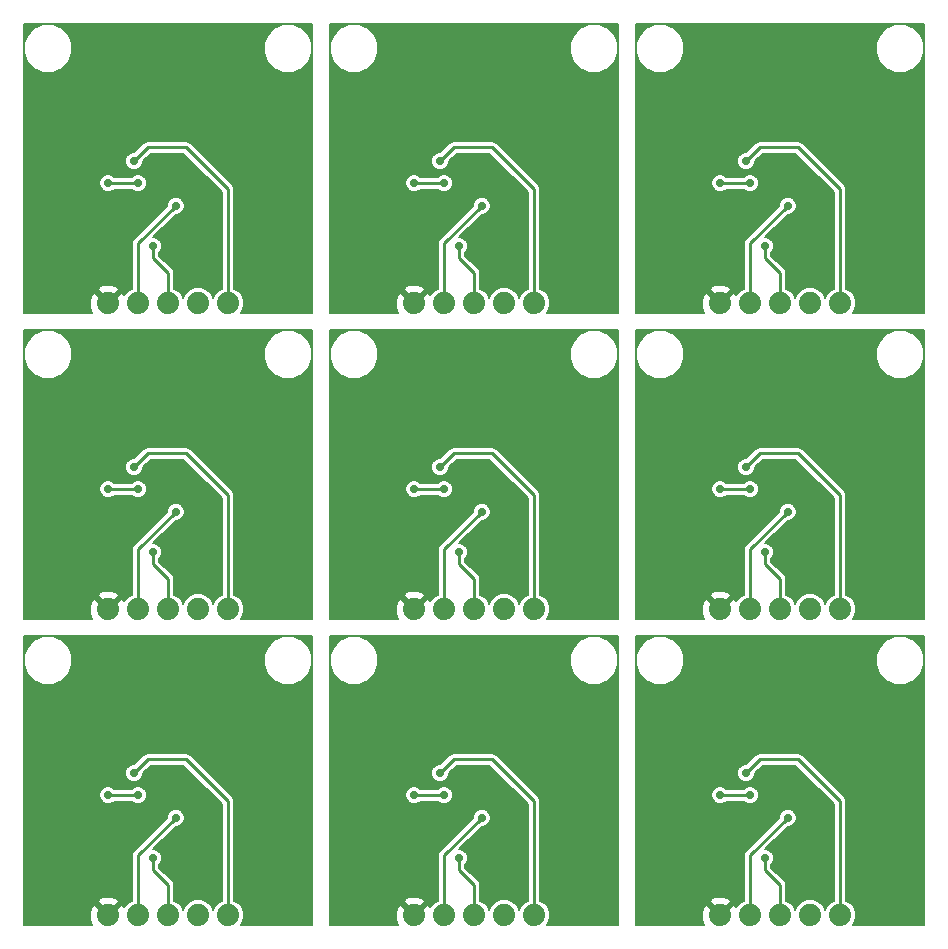
<source format=gbl>
G04 #@! TF.FileFunction,Copper,L2,Bot,Signal*
%FSLAX46Y46*%
G04 Gerber Fmt 4.6, Leading zero omitted, Abs format (unit mm)*
G04 Created by KiCad (PCBNEW 4.0.6) date 12/12/17 15:17:50*
%MOMM*%
%LPD*%
G01*
G04 APERTURE LIST*
%ADD10C,0.100000*%
%ADD11C,1.879600*%
%ADD12C,0.700000*%
%ADD13C,0.250000*%
%ADD14C,0.203200*%
G04 APERTURE END LIST*
D10*
D11*
X206756000Y-167386000D03*
X180848000Y-167386000D03*
X154940000Y-167386000D03*
X206756000Y-141478000D03*
X180848000Y-141478000D03*
X154940000Y-141478000D03*
X206756000Y-115570000D03*
X180848000Y-115570000D03*
X196596000Y-167386000D03*
X199136000Y-167386000D03*
X201676000Y-167386000D03*
X204216000Y-167386000D03*
X170688000Y-167386000D03*
X173228000Y-167386000D03*
X175768000Y-167386000D03*
X178308000Y-167386000D03*
X144780000Y-167386000D03*
X147320000Y-167386000D03*
X149860000Y-167386000D03*
X152400000Y-167386000D03*
X196596000Y-141478000D03*
X199136000Y-141478000D03*
X201676000Y-141478000D03*
X204216000Y-141478000D03*
X170688000Y-141478000D03*
X173228000Y-141478000D03*
X175768000Y-141478000D03*
X178308000Y-141478000D03*
X144780000Y-141478000D03*
X147320000Y-141478000D03*
X149860000Y-141478000D03*
X152400000Y-141478000D03*
X196596000Y-115570000D03*
X199136000Y-115570000D03*
X201676000Y-115570000D03*
X204216000Y-115570000D03*
X170688000Y-115570000D03*
X173228000Y-115570000D03*
X175768000Y-115570000D03*
X178308000Y-115570000D03*
X154940000Y-115570000D03*
X144780000Y-115570000D03*
X147320000Y-115570000D03*
X149860000Y-115570000D03*
X152400000Y-115570000D03*
D12*
X194691000Y-152146000D03*
X168783000Y-152146000D03*
X142875000Y-152146000D03*
X194691000Y-126238000D03*
X168783000Y-126238000D03*
X142875000Y-126238000D03*
X194691000Y-100330000D03*
X168783000Y-100330000D03*
X201676000Y-155956000D03*
X175768000Y-155956000D03*
X149860000Y-155956000D03*
X201676000Y-130048000D03*
X175768000Y-130048000D03*
X149860000Y-130048000D03*
X201676000Y-104140000D03*
X175768000Y-104140000D03*
X205486000Y-161036000D03*
X179578000Y-161036000D03*
X153670000Y-161036000D03*
X205486000Y-135128000D03*
X179578000Y-135128000D03*
X153670000Y-135128000D03*
X205486000Y-109220000D03*
X179578000Y-109220000D03*
X153670000Y-109220000D03*
X149860000Y-104140000D03*
X142875000Y-100330000D03*
X202311000Y-159131000D03*
X176403000Y-159131000D03*
X150495000Y-159131000D03*
X202311000Y-133223000D03*
X176403000Y-133223000D03*
X150495000Y-133223000D03*
X202311000Y-107315000D03*
X176403000Y-107315000D03*
X150495000Y-107315000D03*
X200406000Y-162560000D03*
X174498000Y-162560000D03*
X148590000Y-162560000D03*
X200406000Y-136652000D03*
X174498000Y-136652000D03*
X148590000Y-136652000D03*
X200406000Y-110744000D03*
X174498000Y-110744000D03*
X148590000Y-110744000D03*
X196596000Y-157226000D03*
X170688000Y-157226000D03*
X144780000Y-157226000D03*
X196596000Y-131318000D03*
X170688000Y-131318000D03*
X144780000Y-131318000D03*
X196596000Y-105410000D03*
X170688000Y-105410000D03*
X199136000Y-157226000D03*
X173228000Y-157226000D03*
X147320000Y-157226000D03*
X199136000Y-131318000D03*
X173228000Y-131318000D03*
X147320000Y-131318000D03*
X199136000Y-105410000D03*
X173228000Y-105410000D03*
X144780000Y-105410000D03*
X147320000Y-105410000D03*
X198785702Y-155361000D03*
X172877702Y-155361000D03*
X146969702Y-155361000D03*
X198785702Y-129453000D03*
X172877702Y-129453000D03*
X146969702Y-129453000D03*
X198785702Y-103545000D03*
X172877702Y-103545000D03*
X146969702Y-103545000D03*
D13*
X199136000Y-162306000D02*
X202311000Y-159131000D01*
X173228000Y-162306000D02*
X176403000Y-159131000D01*
X147320000Y-162306000D02*
X150495000Y-159131000D01*
X199136000Y-136398000D02*
X202311000Y-133223000D01*
X173228000Y-136398000D02*
X176403000Y-133223000D01*
X147320000Y-136398000D02*
X150495000Y-133223000D01*
X199136000Y-110490000D02*
X202311000Y-107315000D01*
X173228000Y-110490000D02*
X176403000Y-107315000D01*
X199136000Y-167386000D02*
X199136000Y-162306000D01*
X173228000Y-167386000D02*
X173228000Y-162306000D01*
X147320000Y-167386000D02*
X147320000Y-162306000D01*
X199136000Y-141478000D02*
X199136000Y-136398000D01*
X173228000Y-141478000D02*
X173228000Y-136398000D01*
X147320000Y-141478000D02*
X147320000Y-136398000D01*
X199136000Y-115570000D02*
X199136000Y-110490000D01*
X173228000Y-115570000D02*
X173228000Y-110490000D01*
X147320000Y-115570000D02*
X147320000Y-110490000D01*
X147320000Y-110490000D02*
X150495000Y-107315000D01*
X201676000Y-164846000D02*
X200406000Y-163576000D01*
X175768000Y-164846000D02*
X174498000Y-163576000D01*
X149860000Y-164846000D02*
X148590000Y-163576000D01*
X201676000Y-138938000D02*
X200406000Y-137668000D01*
X175768000Y-138938000D02*
X174498000Y-137668000D01*
X149860000Y-138938000D02*
X148590000Y-137668000D01*
X201676000Y-113030000D02*
X200406000Y-111760000D01*
X175768000Y-113030000D02*
X174498000Y-111760000D01*
X200406000Y-163576000D02*
X200406000Y-162560000D01*
X174498000Y-163576000D02*
X174498000Y-162560000D01*
X148590000Y-163576000D02*
X148590000Y-162560000D01*
X200406000Y-137668000D02*
X200406000Y-136652000D01*
X174498000Y-137668000D02*
X174498000Y-136652000D01*
X148590000Y-137668000D02*
X148590000Y-136652000D01*
X200406000Y-111760000D02*
X200406000Y-110744000D01*
X174498000Y-111760000D02*
X174498000Y-110744000D01*
X201676000Y-167386000D02*
X201676000Y-164846000D01*
X175768000Y-167386000D02*
X175768000Y-164846000D01*
X149860000Y-167386000D02*
X149860000Y-164846000D01*
X201676000Y-141478000D02*
X201676000Y-138938000D01*
X175768000Y-141478000D02*
X175768000Y-138938000D01*
X149860000Y-141478000D02*
X149860000Y-138938000D01*
X201676000Y-115570000D02*
X201676000Y-113030000D01*
X175768000Y-115570000D02*
X175768000Y-113030000D01*
X148590000Y-111760000D02*
X148590000Y-110744000D01*
X149860000Y-113030000D02*
X148590000Y-111760000D01*
X149860000Y-115570000D02*
X149860000Y-113030000D01*
X196596000Y-157226000D02*
X199136000Y-157226000D01*
X170688000Y-157226000D02*
X173228000Y-157226000D01*
X144780000Y-157226000D02*
X147320000Y-157226000D01*
X196596000Y-131318000D02*
X199136000Y-131318000D01*
X170688000Y-131318000D02*
X173228000Y-131318000D01*
X144780000Y-131318000D02*
X147320000Y-131318000D01*
X196596000Y-105410000D02*
X199136000Y-105410000D01*
X170688000Y-105410000D02*
X173228000Y-105410000D01*
X144780000Y-105410000D02*
X147320000Y-105410000D01*
X206756000Y-167386000D02*
X206756000Y-157734000D01*
X180848000Y-167386000D02*
X180848000Y-157734000D01*
X154940000Y-167386000D02*
X154940000Y-157734000D01*
X206756000Y-141478000D02*
X206756000Y-131826000D01*
X180848000Y-141478000D02*
X180848000Y-131826000D01*
X154940000Y-141478000D02*
X154940000Y-131826000D01*
X206756000Y-115570000D02*
X206756000Y-105918000D01*
X180848000Y-115570000D02*
X180848000Y-105918000D01*
X199968702Y-154178000D02*
X198785702Y-155361000D01*
X174060702Y-154178000D02*
X172877702Y-155361000D01*
X148152702Y-154178000D02*
X146969702Y-155361000D01*
X199968702Y-128270000D02*
X198785702Y-129453000D01*
X174060702Y-128270000D02*
X172877702Y-129453000D01*
X148152702Y-128270000D02*
X146969702Y-129453000D01*
X199968702Y-102362000D02*
X198785702Y-103545000D01*
X174060702Y-102362000D02*
X172877702Y-103545000D01*
X206756000Y-157734000D02*
X203200000Y-154178000D01*
X180848000Y-157734000D02*
X177292000Y-154178000D01*
X154940000Y-157734000D02*
X151384000Y-154178000D01*
X206756000Y-131826000D02*
X203200000Y-128270000D01*
X180848000Y-131826000D02*
X177292000Y-128270000D01*
X154940000Y-131826000D02*
X151384000Y-128270000D01*
X206756000Y-105918000D02*
X203200000Y-102362000D01*
X180848000Y-105918000D02*
X177292000Y-102362000D01*
X203200000Y-154178000D02*
X199968702Y-154178000D01*
X177292000Y-154178000D02*
X174060702Y-154178000D01*
X151384000Y-154178000D02*
X148152702Y-154178000D01*
X203200000Y-128270000D02*
X199968702Y-128270000D01*
X177292000Y-128270000D02*
X174060702Y-128270000D01*
X151384000Y-128270000D02*
X148152702Y-128270000D01*
X203200000Y-102362000D02*
X199968702Y-102362000D01*
X177292000Y-102362000D02*
X174060702Y-102362000D01*
X148152702Y-102362000D02*
X146969702Y-103545000D01*
X154940000Y-115570000D02*
X154940000Y-105918000D01*
X154940000Y-105918000D02*
X151384000Y-102362000D01*
X151384000Y-102362000D02*
X148152702Y-102362000D01*
D14*
G36*
X162078600Y-116358600D02*
X156055501Y-116358600D01*
X156080588Y-116333557D01*
X156285966Y-115838951D01*
X156286434Y-115303399D01*
X156081919Y-114808435D01*
X155703557Y-114429412D01*
X155471400Y-114333012D01*
X155471400Y-105918000D01*
X155430950Y-105714642D01*
X155430950Y-105714641D01*
X155363274Y-105613358D01*
X155315757Y-105542243D01*
X155315754Y-105542241D01*
X151759757Y-101986243D01*
X151587358Y-101871050D01*
X151384000Y-101830599D01*
X151383995Y-101830600D01*
X148152707Y-101830600D01*
X148152702Y-101830599D01*
X147949344Y-101871050D01*
X147776945Y-101986243D01*
X147776943Y-101986246D01*
X146974585Y-102788604D01*
X146819905Y-102788469D01*
X146541795Y-102903381D01*
X146328831Y-103115974D01*
X146213433Y-103393883D01*
X146213171Y-103694797D01*
X146328083Y-103972907D01*
X146540676Y-104185871D01*
X146818585Y-104301269D01*
X147119499Y-104301531D01*
X147397609Y-104186619D01*
X147610573Y-103974026D01*
X147725971Y-103696117D01*
X147726107Y-103540109D01*
X148372815Y-102893400D01*
X151163886Y-102893400D01*
X154408600Y-106138113D01*
X154408600Y-114332979D01*
X154178435Y-114428081D01*
X153799412Y-114806443D01*
X153669935Y-115118258D01*
X153541919Y-114808435D01*
X153163557Y-114429412D01*
X152668951Y-114224034D01*
X152133399Y-114223566D01*
X151638435Y-114428081D01*
X151259412Y-114806443D01*
X151129935Y-115118258D01*
X151001919Y-114808435D01*
X150623557Y-114429412D01*
X150391400Y-114333012D01*
X150391400Y-113030000D01*
X150350950Y-112826642D01*
X150235757Y-112654243D01*
X150235754Y-112654241D01*
X149121400Y-111539886D01*
X149121400Y-111282306D01*
X149230871Y-111173026D01*
X149346269Y-110895117D01*
X149346531Y-110594203D01*
X149231619Y-110316093D01*
X149019026Y-110103129D01*
X148741117Y-109987731D01*
X148573929Y-109987585D01*
X150490118Y-108071396D01*
X150644797Y-108071531D01*
X150922907Y-107956619D01*
X151135871Y-107744026D01*
X151251269Y-107466117D01*
X151251531Y-107165203D01*
X151136619Y-106887093D01*
X150924026Y-106674129D01*
X150646117Y-106558731D01*
X150345203Y-106558469D01*
X150067093Y-106673381D01*
X149854129Y-106885974D01*
X149738731Y-107163883D01*
X149738595Y-107319891D01*
X146944243Y-110114243D01*
X146829050Y-110286642D01*
X146788599Y-110490000D01*
X146788600Y-110490005D01*
X146788600Y-114332979D01*
X146558435Y-114428081D01*
X146179412Y-114806443D01*
X146168266Y-114833286D01*
X146141666Y-114769068D01*
X145891286Y-114674240D01*
X144995526Y-115570000D01*
X145009669Y-115584143D01*
X144794143Y-115799669D01*
X144780000Y-115785526D01*
X144765858Y-115799669D01*
X144550332Y-115584143D01*
X144564474Y-115570000D01*
X143668714Y-114674240D01*
X143418334Y-114769068D01*
X143215481Y-115351122D01*
X143250812Y-115966499D01*
X143413226Y-116358600D01*
X137641400Y-116358600D01*
X137641400Y-114458714D01*
X143884240Y-114458714D01*
X144780000Y-115354474D01*
X145675760Y-114458714D01*
X145580932Y-114208334D01*
X144998878Y-114005481D01*
X144383501Y-114040812D01*
X143979068Y-114208334D01*
X143884240Y-114458714D01*
X137641400Y-114458714D01*
X137641400Y-105559797D01*
X144023469Y-105559797D01*
X144138381Y-105837907D01*
X144350974Y-106050871D01*
X144628883Y-106166269D01*
X144929797Y-106166531D01*
X145207907Y-106051619D01*
X145318318Y-105941400D01*
X146781694Y-105941400D01*
X146890974Y-106050871D01*
X147168883Y-106166269D01*
X147469797Y-106166531D01*
X147747907Y-106051619D01*
X147960871Y-105839026D01*
X148076269Y-105561117D01*
X148076531Y-105260203D01*
X147961619Y-104982093D01*
X147749026Y-104769129D01*
X147471117Y-104653731D01*
X147170203Y-104653469D01*
X146892093Y-104768381D01*
X146781682Y-104878600D01*
X145318306Y-104878600D01*
X145209026Y-104769129D01*
X144931117Y-104653731D01*
X144630203Y-104653469D01*
X144352093Y-104768381D01*
X144139129Y-104980974D01*
X144023731Y-105258883D01*
X144023469Y-105559797D01*
X137641400Y-105559797D01*
X137641400Y-94387447D01*
X137642244Y-94387447D01*
X137954804Y-95143901D01*
X138533055Y-95723162D01*
X139288962Y-96037042D01*
X140107447Y-96037756D01*
X140863901Y-95725196D01*
X141443162Y-95146945D01*
X141757042Y-94391038D01*
X141757045Y-94387447D01*
X157962244Y-94387447D01*
X158274804Y-95143901D01*
X158853055Y-95723162D01*
X159608962Y-96037042D01*
X160427447Y-96037756D01*
X161183901Y-95725196D01*
X161763162Y-95146945D01*
X162077042Y-94391038D01*
X162077756Y-93572553D01*
X161765196Y-92816099D01*
X161186945Y-92236838D01*
X160431038Y-91922958D01*
X159612553Y-91922244D01*
X158856099Y-92234804D01*
X158276838Y-92813055D01*
X157962958Y-93568962D01*
X157962244Y-94387447D01*
X141757045Y-94387447D01*
X141757756Y-93572553D01*
X141445196Y-92816099D01*
X140866945Y-92236838D01*
X140111038Y-91922958D01*
X139292553Y-91922244D01*
X138536099Y-92234804D01*
X137956838Y-92813055D01*
X137642958Y-93568962D01*
X137642244Y-94387447D01*
X137641400Y-94387447D01*
X137641400Y-91921400D01*
X162078600Y-91921400D01*
X162078600Y-116358600D01*
X162078600Y-116358600D01*
G37*
X162078600Y-116358600D02*
X156055501Y-116358600D01*
X156080588Y-116333557D01*
X156285966Y-115838951D01*
X156286434Y-115303399D01*
X156081919Y-114808435D01*
X155703557Y-114429412D01*
X155471400Y-114333012D01*
X155471400Y-105918000D01*
X155430950Y-105714642D01*
X155430950Y-105714641D01*
X155363274Y-105613358D01*
X155315757Y-105542243D01*
X155315754Y-105542241D01*
X151759757Y-101986243D01*
X151587358Y-101871050D01*
X151384000Y-101830599D01*
X151383995Y-101830600D01*
X148152707Y-101830600D01*
X148152702Y-101830599D01*
X147949344Y-101871050D01*
X147776945Y-101986243D01*
X147776943Y-101986246D01*
X146974585Y-102788604D01*
X146819905Y-102788469D01*
X146541795Y-102903381D01*
X146328831Y-103115974D01*
X146213433Y-103393883D01*
X146213171Y-103694797D01*
X146328083Y-103972907D01*
X146540676Y-104185871D01*
X146818585Y-104301269D01*
X147119499Y-104301531D01*
X147397609Y-104186619D01*
X147610573Y-103974026D01*
X147725971Y-103696117D01*
X147726107Y-103540109D01*
X148372815Y-102893400D01*
X151163886Y-102893400D01*
X154408600Y-106138113D01*
X154408600Y-114332979D01*
X154178435Y-114428081D01*
X153799412Y-114806443D01*
X153669935Y-115118258D01*
X153541919Y-114808435D01*
X153163557Y-114429412D01*
X152668951Y-114224034D01*
X152133399Y-114223566D01*
X151638435Y-114428081D01*
X151259412Y-114806443D01*
X151129935Y-115118258D01*
X151001919Y-114808435D01*
X150623557Y-114429412D01*
X150391400Y-114333012D01*
X150391400Y-113030000D01*
X150350950Y-112826642D01*
X150235757Y-112654243D01*
X150235754Y-112654241D01*
X149121400Y-111539886D01*
X149121400Y-111282306D01*
X149230871Y-111173026D01*
X149346269Y-110895117D01*
X149346531Y-110594203D01*
X149231619Y-110316093D01*
X149019026Y-110103129D01*
X148741117Y-109987731D01*
X148573929Y-109987585D01*
X150490118Y-108071396D01*
X150644797Y-108071531D01*
X150922907Y-107956619D01*
X151135871Y-107744026D01*
X151251269Y-107466117D01*
X151251531Y-107165203D01*
X151136619Y-106887093D01*
X150924026Y-106674129D01*
X150646117Y-106558731D01*
X150345203Y-106558469D01*
X150067093Y-106673381D01*
X149854129Y-106885974D01*
X149738731Y-107163883D01*
X149738595Y-107319891D01*
X146944243Y-110114243D01*
X146829050Y-110286642D01*
X146788599Y-110490000D01*
X146788600Y-110490005D01*
X146788600Y-114332979D01*
X146558435Y-114428081D01*
X146179412Y-114806443D01*
X146168266Y-114833286D01*
X146141666Y-114769068D01*
X145891286Y-114674240D01*
X144995526Y-115570000D01*
X145009669Y-115584143D01*
X144794143Y-115799669D01*
X144780000Y-115785526D01*
X144765858Y-115799669D01*
X144550332Y-115584143D01*
X144564474Y-115570000D01*
X143668714Y-114674240D01*
X143418334Y-114769068D01*
X143215481Y-115351122D01*
X143250812Y-115966499D01*
X143413226Y-116358600D01*
X137641400Y-116358600D01*
X137641400Y-114458714D01*
X143884240Y-114458714D01*
X144780000Y-115354474D01*
X145675760Y-114458714D01*
X145580932Y-114208334D01*
X144998878Y-114005481D01*
X144383501Y-114040812D01*
X143979068Y-114208334D01*
X143884240Y-114458714D01*
X137641400Y-114458714D01*
X137641400Y-105559797D01*
X144023469Y-105559797D01*
X144138381Y-105837907D01*
X144350974Y-106050871D01*
X144628883Y-106166269D01*
X144929797Y-106166531D01*
X145207907Y-106051619D01*
X145318318Y-105941400D01*
X146781694Y-105941400D01*
X146890974Y-106050871D01*
X147168883Y-106166269D01*
X147469797Y-106166531D01*
X147747907Y-106051619D01*
X147960871Y-105839026D01*
X148076269Y-105561117D01*
X148076531Y-105260203D01*
X147961619Y-104982093D01*
X147749026Y-104769129D01*
X147471117Y-104653731D01*
X147170203Y-104653469D01*
X146892093Y-104768381D01*
X146781682Y-104878600D01*
X145318306Y-104878600D01*
X145209026Y-104769129D01*
X144931117Y-104653731D01*
X144630203Y-104653469D01*
X144352093Y-104768381D01*
X144139129Y-104980974D01*
X144023731Y-105258883D01*
X144023469Y-105559797D01*
X137641400Y-105559797D01*
X137641400Y-94387447D01*
X137642244Y-94387447D01*
X137954804Y-95143901D01*
X138533055Y-95723162D01*
X139288962Y-96037042D01*
X140107447Y-96037756D01*
X140863901Y-95725196D01*
X141443162Y-95146945D01*
X141757042Y-94391038D01*
X141757045Y-94387447D01*
X157962244Y-94387447D01*
X158274804Y-95143901D01*
X158853055Y-95723162D01*
X159608962Y-96037042D01*
X160427447Y-96037756D01*
X161183901Y-95725196D01*
X161763162Y-95146945D01*
X162077042Y-94391038D01*
X162077756Y-93572553D01*
X161765196Y-92816099D01*
X161186945Y-92236838D01*
X160431038Y-91922958D01*
X159612553Y-91922244D01*
X158856099Y-92234804D01*
X158276838Y-92813055D01*
X157962958Y-93568962D01*
X157962244Y-94387447D01*
X141757045Y-94387447D01*
X141757756Y-93572553D01*
X141445196Y-92816099D01*
X140866945Y-92236838D01*
X140111038Y-91922958D01*
X139292553Y-91922244D01*
X138536099Y-92234804D01*
X137956838Y-92813055D01*
X137642958Y-93568962D01*
X137642244Y-94387447D01*
X137641400Y-94387447D01*
X137641400Y-91921400D01*
X162078600Y-91921400D01*
X162078600Y-116358600D01*
G36*
X187986600Y-116358600D02*
X181963501Y-116358600D01*
X181988588Y-116333557D01*
X182193966Y-115838951D01*
X182194434Y-115303399D01*
X181989919Y-114808435D01*
X181611557Y-114429412D01*
X181379400Y-114333012D01*
X181379400Y-105918000D01*
X181338950Y-105714642D01*
X181338950Y-105714641D01*
X181271274Y-105613358D01*
X181223757Y-105542243D01*
X181223754Y-105542241D01*
X177667757Y-101986243D01*
X177495358Y-101871050D01*
X177292000Y-101830599D01*
X177291995Y-101830600D01*
X174060707Y-101830600D01*
X174060702Y-101830599D01*
X173857344Y-101871050D01*
X173684945Y-101986243D01*
X173684943Y-101986246D01*
X172882585Y-102788604D01*
X172727905Y-102788469D01*
X172449795Y-102903381D01*
X172236831Y-103115974D01*
X172121433Y-103393883D01*
X172121171Y-103694797D01*
X172236083Y-103972907D01*
X172448676Y-104185871D01*
X172726585Y-104301269D01*
X173027499Y-104301531D01*
X173305609Y-104186619D01*
X173518573Y-103974026D01*
X173633971Y-103696117D01*
X173634107Y-103540109D01*
X174280815Y-102893400D01*
X177071886Y-102893400D01*
X180316600Y-106138113D01*
X180316600Y-114332979D01*
X180086435Y-114428081D01*
X179707412Y-114806443D01*
X179577935Y-115118258D01*
X179449919Y-114808435D01*
X179071557Y-114429412D01*
X178576951Y-114224034D01*
X178041399Y-114223566D01*
X177546435Y-114428081D01*
X177167412Y-114806443D01*
X177037935Y-115118258D01*
X176909919Y-114808435D01*
X176531557Y-114429412D01*
X176299400Y-114333012D01*
X176299400Y-113030000D01*
X176258950Y-112826642D01*
X176143757Y-112654243D01*
X176143754Y-112654241D01*
X175029400Y-111539886D01*
X175029400Y-111282306D01*
X175138871Y-111173026D01*
X175254269Y-110895117D01*
X175254531Y-110594203D01*
X175139619Y-110316093D01*
X174927026Y-110103129D01*
X174649117Y-109987731D01*
X174481929Y-109987585D01*
X176398118Y-108071396D01*
X176552797Y-108071531D01*
X176830907Y-107956619D01*
X177043871Y-107744026D01*
X177159269Y-107466117D01*
X177159531Y-107165203D01*
X177044619Y-106887093D01*
X176832026Y-106674129D01*
X176554117Y-106558731D01*
X176253203Y-106558469D01*
X175975093Y-106673381D01*
X175762129Y-106885974D01*
X175646731Y-107163883D01*
X175646595Y-107319891D01*
X172852243Y-110114243D01*
X172737050Y-110286642D01*
X172696599Y-110490000D01*
X172696600Y-110490005D01*
X172696600Y-114332979D01*
X172466435Y-114428081D01*
X172087412Y-114806443D01*
X172076266Y-114833286D01*
X172049666Y-114769068D01*
X171799286Y-114674240D01*
X170903526Y-115570000D01*
X170917669Y-115584143D01*
X170702143Y-115799669D01*
X170688000Y-115785526D01*
X170673858Y-115799669D01*
X170458332Y-115584143D01*
X170472474Y-115570000D01*
X169576714Y-114674240D01*
X169326334Y-114769068D01*
X169123481Y-115351122D01*
X169158812Y-115966499D01*
X169321226Y-116358600D01*
X163549400Y-116358600D01*
X163549400Y-114458714D01*
X169792240Y-114458714D01*
X170688000Y-115354474D01*
X171583760Y-114458714D01*
X171488932Y-114208334D01*
X170906878Y-114005481D01*
X170291501Y-114040812D01*
X169887068Y-114208334D01*
X169792240Y-114458714D01*
X163549400Y-114458714D01*
X163549400Y-105559797D01*
X169931469Y-105559797D01*
X170046381Y-105837907D01*
X170258974Y-106050871D01*
X170536883Y-106166269D01*
X170837797Y-106166531D01*
X171115907Y-106051619D01*
X171226318Y-105941400D01*
X172689694Y-105941400D01*
X172798974Y-106050871D01*
X173076883Y-106166269D01*
X173377797Y-106166531D01*
X173655907Y-106051619D01*
X173868871Y-105839026D01*
X173984269Y-105561117D01*
X173984531Y-105260203D01*
X173869619Y-104982093D01*
X173657026Y-104769129D01*
X173379117Y-104653731D01*
X173078203Y-104653469D01*
X172800093Y-104768381D01*
X172689682Y-104878600D01*
X171226306Y-104878600D01*
X171117026Y-104769129D01*
X170839117Y-104653731D01*
X170538203Y-104653469D01*
X170260093Y-104768381D01*
X170047129Y-104980974D01*
X169931731Y-105258883D01*
X169931469Y-105559797D01*
X163549400Y-105559797D01*
X163549400Y-94387447D01*
X163550244Y-94387447D01*
X163862804Y-95143901D01*
X164441055Y-95723162D01*
X165196962Y-96037042D01*
X166015447Y-96037756D01*
X166771901Y-95725196D01*
X167351162Y-95146945D01*
X167665042Y-94391038D01*
X167665045Y-94387447D01*
X183870244Y-94387447D01*
X184182804Y-95143901D01*
X184761055Y-95723162D01*
X185516962Y-96037042D01*
X186335447Y-96037756D01*
X187091901Y-95725196D01*
X187671162Y-95146945D01*
X187985042Y-94391038D01*
X187985756Y-93572553D01*
X187673196Y-92816099D01*
X187094945Y-92236838D01*
X186339038Y-91922958D01*
X185520553Y-91922244D01*
X184764099Y-92234804D01*
X184184838Y-92813055D01*
X183870958Y-93568962D01*
X183870244Y-94387447D01*
X167665045Y-94387447D01*
X167665756Y-93572553D01*
X167353196Y-92816099D01*
X166774945Y-92236838D01*
X166019038Y-91922958D01*
X165200553Y-91922244D01*
X164444099Y-92234804D01*
X163864838Y-92813055D01*
X163550958Y-93568962D01*
X163550244Y-94387447D01*
X163549400Y-94387447D01*
X163549400Y-91921400D01*
X187986600Y-91921400D01*
X187986600Y-116358600D01*
X187986600Y-116358600D01*
G37*
X187986600Y-116358600D02*
X181963501Y-116358600D01*
X181988588Y-116333557D01*
X182193966Y-115838951D01*
X182194434Y-115303399D01*
X181989919Y-114808435D01*
X181611557Y-114429412D01*
X181379400Y-114333012D01*
X181379400Y-105918000D01*
X181338950Y-105714642D01*
X181338950Y-105714641D01*
X181271274Y-105613358D01*
X181223757Y-105542243D01*
X181223754Y-105542241D01*
X177667757Y-101986243D01*
X177495358Y-101871050D01*
X177292000Y-101830599D01*
X177291995Y-101830600D01*
X174060707Y-101830600D01*
X174060702Y-101830599D01*
X173857344Y-101871050D01*
X173684945Y-101986243D01*
X173684943Y-101986246D01*
X172882585Y-102788604D01*
X172727905Y-102788469D01*
X172449795Y-102903381D01*
X172236831Y-103115974D01*
X172121433Y-103393883D01*
X172121171Y-103694797D01*
X172236083Y-103972907D01*
X172448676Y-104185871D01*
X172726585Y-104301269D01*
X173027499Y-104301531D01*
X173305609Y-104186619D01*
X173518573Y-103974026D01*
X173633971Y-103696117D01*
X173634107Y-103540109D01*
X174280815Y-102893400D01*
X177071886Y-102893400D01*
X180316600Y-106138113D01*
X180316600Y-114332979D01*
X180086435Y-114428081D01*
X179707412Y-114806443D01*
X179577935Y-115118258D01*
X179449919Y-114808435D01*
X179071557Y-114429412D01*
X178576951Y-114224034D01*
X178041399Y-114223566D01*
X177546435Y-114428081D01*
X177167412Y-114806443D01*
X177037935Y-115118258D01*
X176909919Y-114808435D01*
X176531557Y-114429412D01*
X176299400Y-114333012D01*
X176299400Y-113030000D01*
X176258950Y-112826642D01*
X176143757Y-112654243D01*
X176143754Y-112654241D01*
X175029400Y-111539886D01*
X175029400Y-111282306D01*
X175138871Y-111173026D01*
X175254269Y-110895117D01*
X175254531Y-110594203D01*
X175139619Y-110316093D01*
X174927026Y-110103129D01*
X174649117Y-109987731D01*
X174481929Y-109987585D01*
X176398118Y-108071396D01*
X176552797Y-108071531D01*
X176830907Y-107956619D01*
X177043871Y-107744026D01*
X177159269Y-107466117D01*
X177159531Y-107165203D01*
X177044619Y-106887093D01*
X176832026Y-106674129D01*
X176554117Y-106558731D01*
X176253203Y-106558469D01*
X175975093Y-106673381D01*
X175762129Y-106885974D01*
X175646731Y-107163883D01*
X175646595Y-107319891D01*
X172852243Y-110114243D01*
X172737050Y-110286642D01*
X172696599Y-110490000D01*
X172696600Y-110490005D01*
X172696600Y-114332979D01*
X172466435Y-114428081D01*
X172087412Y-114806443D01*
X172076266Y-114833286D01*
X172049666Y-114769068D01*
X171799286Y-114674240D01*
X170903526Y-115570000D01*
X170917669Y-115584143D01*
X170702143Y-115799669D01*
X170688000Y-115785526D01*
X170673858Y-115799669D01*
X170458332Y-115584143D01*
X170472474Y-115570000D01*
X169576714Y-114674240D01*
X169326334Y-114769068D01*
X169123481Y-115351122D01*
X169158812Y-115966499D01*
X169321226Y-116358600D01*
X163549400Y-116358600D01*
X163549400Y-114458714D01*
X169792240Y-114458714D01*
X170688000Y-115354474D01*
X171583760Y-114458714D01*
X171488932Y-114208334D01*
X170906878Y-114005481D01*
X170291501Y-114040812D01*
X169887068Y-114208334D01*
X169792240Y-114458714D01*
X163549400Y-114458714D01*
X163549400Y-105559797D01*
X169931469Y-105559797D01*
X170046381Y-105837907D01*
X170258974Y-106050871D01*
X170536883Y-106166269D01*
X170837797Y-106166531D01*
X171115907Y-106051619D01*
X171226318Y-105941400D01*
X172689694Y-105941400D01*
X172798974Y-106050871D01*
X173076883Y-106166269D01*
X173377797Y-106166531D01*
X173655907Y-106051619D01*
X173868871Y-105839026D01*
X173984269Y-105561117D01*
X173984531Y-105260203D01*
X173869619Y-104982093D01*
X173657026Y-104769129D01*
X173379117Y-104653731D01*
X173078203Y-104653469D01*
X172800093Y-104768381D01*
X172689682Y-104878600D01*
X171226306Y-104878600D01*
X171117026Y-104769129D01*
X170839117Y-104653731D01*
X170538203Y-104653469D01*
X170260093Y-104768381D01*
X170047129Y-104980974D01*
X169931731Y-105258883D01*
X169931469Y-105559797D01*
X163549400Y-105559797D01*
X163549400Y-94387447D01*
X163550244Y-94387447D01*
X163862804Y-95143901D01*
X164441055Y-95723162D01*
X165196962Y-96037042D01*
X166015447Y-96037756D01*
X166771901Y-95725196D01*
X167351162Y-95146945D01*
X167665042Y-94391038D01*
X167665045Y-94387447D01*
X183870244Y-94387447D01*
X184182804Y-95143901D01*
X184761055Y-95723162D01*
X185516962Y-96037042D01*
X186335447Y-96037756D01*
X187091901Y-95725196D01*
X187671162Y-95146945D01*
X187985042Y-94391038D01*
X187985756Y-93572553D01*
X187673196Y-92816099D01*
X187094945Y-92236838D01*
X186339038Y-91922958D01*
X185520553Y-91922244D01*
X184764099Y-92234804D01*
X184184838Y-92813055D01*
X183870958Y-93568962D01*
X183870244Y-94387447D01*
X167665045Y-94387447D01*
X167665756Y-93572553D01*
X167353196Y-92816099D01*
X166774945Y-92236838D01*
X166019038Y-91922958D01*
X165200553Y-91922244D01*
X164444099Y-92234804D01*
X163864838Y-92813055D01*
X163550958Y-93568962D01*
X163550244Y-94387447D01*
X163549400Y-94387447D01*
X163549400Y-91921400D01*
X187986600Y-91921400D01*
X187986600Y-116358600D01*
G36*
X213894600Y-116358600D02*
X207871501Y-116358600D01*
X207896588Y-116333557D01*
X208101966Y-115838951D01*
X208102434Y-115303399D01*
X207897919Y-114808435D01*
X207519557Y-114429412D01*
X207287400Y-114333012D01*
X207287400Y-105918000D01*
X207246950Y-105714642D01*
X207246950Y-105714641D01*
X207179274Y-105613358D01*
X207131757Y-105542243D01*
X207131754Y-105542241D01*
X203575757Y-101986243D01*
X203403358Y-101871050D01*
X203200000Y-101830599D01*
X203199995Y-101830600D01*
X199968707Y-101830600D01*
X199968702Y-101830599D01*
X199765344Y-101871050D01*
X199592945Y-101986243D01*
X199592943Y-101986246D01*
X198790585Y-102788604D01*
X198635905Y-102788469D01*
X198357795Y-102903381D01*
X198144831Y-103115974D01*
X198029433Y-103393883D01*
X198029171Y-103694797D01*
X198144083Y-103972907D01*
X198356676Y-104185871D01*
X198634585Y-104301269D01*
X198935499Y-104301531D01*
X199213609Y-104186619D01*
X199426573Y-103974026D01*
X199541971Y-103696117D01*
X199542107Y-103540109D01*
X200188815Y-102893400D01*
X202979886Y-102893400D01*
X206224600Y-106138113D01*
X206224600Y-114332979D01*
X205994435Y-114428081D01*
X205615412Y-114806443D01*
X205485935Y-115118258D01*
X205357919Y-114808435D01*
X204979557Y-114429412D01*
X204484951Y-114224034D01*
X203949399Y-114223566D01*
X203454435Y-114428081D01*
X203075412Y-114806443D01*
X202945935Y-115118258D01*
X202817919Y-114808435D01*
X202439557Y-114429412D01*
X202207400Y-114333012D01*
X202207400Y-113030000D01*
X202166950Y-112826642D01*
X202051757Y-112654243D01*
X202051754Y-112654241D01*
X200937400Y-111539886D01*
X200937400Y-111282306D01*
X201046871Y-111173026D01*
X201162269Y-110895117D01*
X201162531Y-110594203D01*
X201047619Y-110316093D01*
X200835026Y-110103129D01*
X200557117Y-109987731D01*
X200389929Y-109987585D01*
X202306118Y-108071396D01*
X202460797Y-108071531D01*
X202738907Y-107956619D01*
X202951871Y-107744026D01*
X203067269Y-107466117D01*
X203067531Y-107165203D01*
X202952619Y-106887093D01*
X202740026Y-106674129D01*
X202462117Y-106558731D01*
X202161203Y-106558469D01*
X201883093Y-106673381D01*
X201670129Y-106885974D01*
X201554731Y-107163883D01*
X201554595Y-107319891D01*
X198760243Y-110114243D01*
X198645050Y-110286642D01*
X198604599Y-110490000D01*
X198604600Y-110490005D01*
X198604600Y-114332979D01*
X198374435Y-114428081D01*
X197995412Y-114806443D01*
X197984266Y-114833286D01*
X197957666Y-114769068D01*
X197707286Y-114674240D01*
X196811526Y-115570000D01*
X196825669Y-115584143D01*
X196610143Y-115799669D01*
X196596000Y-115785526D01*
X196581858Y-115799669D01*
X196366332Y-115584143D01*
X196380474Y-115570000D01*
X195484714Y-114674240D01*
X195234334Y-114769068D01*
X195031481Y-115351122D01*
X195066812Y-115966499D01*
X195229226Y-116358600D01*
X189457400Y-116358600D01*
X189457400Y-114458714D01*
X195700240Y-114458714D01*
X196596000Y-115354474D01*
X197491760Y-114458714D01*
X197396932Y-114208334D01*
X196814878Y-114005481D01*
X196199501Y-114040812D01*
X195795068Y-114208334D01*
X195700240Y-114458714D01*
X189457400Y-114458714D01*
X189457400Y-105559797D01*
X195839469Y-105559797D01*
X195954381Y-105837907D01*
X196166974Y-106050871D01*
X196444883Y-106166269D01*
X196745797Y-106166531D01*
X197023907Y-106051619D01*
X197134318Y-105941400D01*
X198597694Y-105941400D01*
X198706974Y-106050871D01*
X198984883Y-106166269D01*
X199285797Y-106166531D01*
X199563907Y-106051619D01*
X199776871Y-105839026D01*
X199892269Y-105561117D01*
X199892531Y-105260203D01*
X199777619Y-104982093D01*
X199565026Y-104769129D01*
X199287117Y-104653731D01*
X198986203Y-104653469D01*
X198708093Y-104768381D01*
X198597682Y-104878600D01*
X197134306Y-104878600D01*
X197025026Y-104769129D01*
X196747117Y-104653731D01*
X196446203Y-104653469D01*
X196168093Y-104768381D01*
X195955129Y-104980974D01*
X195839731Y-105258883D01*
X195839469Y-105559797D01*
X189457400Y-105559797D01*
X189457400Y-94387447D01*
X189458244Y-94387447D01*
X189770804Y-95143901D01*
X190349055Y-95723162D01*
X191104962Y-96037042D01*
X191923447Y-96037756D01*
X192679901Y-95725196D01*
X193259162Y-95146945D01*
X193573042Y-94391038D01*
X193573045Y-94387447D01*
X209778244Y-94387447D01*
X210090804Y-95143901D01*
X210669055Y-95723162D01*
X211424962Y-96037042D01*
X212243447Y-96037756D01*
X212999901Y-95725196D01*
X213579162Y-95146945D01*
X213893042Y-94391038D01*
X213893756Y-93572553D01*
X213581196Y-92816099D01*
X213002945Y-92236838D01*
X212247038Y-91922958D01*
X211428553Y-91922244D01*
X210672099Y-92234804D01*
X210092838Y-92813055D01*
X209778958Y-93568962D01*
X209778244Y-94387447D01*
X193573045Y-94387447D01*
X193573756Y-93572553D01*
X193261196Y-92816099D01*
X192682945Y-92236838D01*
X191927038Y-91922958D01*
X191108553Y-91922244D01*
X190352099Y-92234804D01*
X189772838Y-92813055D01*
X189458958Y-93568962D01*
X189458244Y-94387447D01*
X189457400Y-94387447D01*
X189457400Y-91921400D01*
X213894600Y-91921400D01*
X213894600Y-116358600D01*
X213894600Y-116358600D01*
G37*
X213894600Y-116358600D02*
X207871501Y-116358600D01*
X207896588Y-116333557D01*
X208101966Y-115838951D01*
X208102434Y-115303399D01*
X207897919Y-114808435D01*
X207519557Y-114429412D01*
X207287400Y-114333012D01*
X207287400Y-105918000D01*
X207246950Y-105714642D01*
X207246950Y-105714641D01*
X207179274Y-105613358D01*
X207131757Y-105542243D01*
X207131754Y-105542241D01*
X203575757Y-101986243D01*
X203403358Y-101871050D01*
X203200000Y-101830599D01*
X203199995Y-101830600D01*
X199968707Y-101830600D01*
X199968702Y-101830599D01*
X199765344Y-101871050D01*
X199592945Y-101986243D01*
X199592943Y-101986246D01*
X198790585Y-102788604D01*
X198635905Y-102788469D01*
X198357795Y-102903381D01*
X198144831Y-103115974D01*
X198029433Y-103393883D01*
X198029171Y-103694797D01*
X198144083Y-103972907D01*
X198356676Y-104185871D01*
X198634585Y-104301269D01*
X198935499Y-104301531D01*
X199213609Y-104186619D01*
X199426573Y-103974026D01*
X199541971Y-103696117D01*
X199542107Y-103540109D01*
X200188815Y-102893400D01*
X202979886Y-102893400D01*
X206224600Y-106138113D01*
X206224600Y-114332979D01*
X205994435Y-114428081D01*
X205615412Y-114806443D01*
X205485935Y-115118258D01*
X205357919Y-114808435D01*
X204979557Y-114429412D01*
X204484951Y-114224034D01*
X203949399Y-114223566D01*
X203454435Y-114428081D01*
X203075412Y-114806443D01*
X202945935Y-115118258D01*
X202817919Y-114808435D01*
X202439557Y-114429412D01*
X202207400Y-114333012D01*
X202207400Y-113030000D01*
X202166950Y-112826642D01*
X202051757Y-112654243D01*
X202051754Y-112654241D01*
X200937400Y-111539886D01*
X200937400Y-111282306D01*
X201046871Y-111173026D01*
X201162269Y-110895117D01*
X201162531Y-110594203D01*
X201047619Y-110316093D01*
X200835026Y-110103129D01*
X200557117Y-109987731D01*
X200389929Y-109987585D01*
X202306118Y-108071396D01*
X202460797Y-108071531D01*
X202738907Y-107956619D01*
X202951871Y-107744026D01*
X203067269Y-107466117D01*
X203067531Y-107165203D01*
X202952619Y-106887093D01*
X202740026Y-106674129D01*
X202462117Y-106558731D01*
X202161203Y-106558469D01*
X201883093Y-106673381D01*
X201670129Y-106885974D01*
X201554731Y-107163883D01*
X201554595Y-107319891D01*
X198760243Y-110114243D01*
X198645050Y-110286642D01*
X198604599Y-110490000D01*
X198604600Y-110490005D01*
X198604600Y-114332979D01*
X198374435Y-114428081D01*
X197995412Y-114806443D01*
X197984266Y-114833286D01*
X197957666Y-114769068D01*
X197707286Y-114674240D01*
X196811526Y-115570000D01*
X196825669Y-115584143D01*
X196610143Y-115799669D01*
X196596000Y-115785526D01*
X196581858Y-115799669D01*
X196366332Y-115584143D01*
X196380474Y-115570000D01*
X195484714Y-114674240D01*
X195234334Y-114769068D01*
X195031481Y-115351122D01*
X195066812Y-115966499D01*
X195229226Y-116358600D01*
X189457400Y-116358600D01*
X189457400Y-114458714D01*
X195700240Y-114458714D01*
X196596000Y-115354474D01*
X197491760Y-114458714D01*
X197396932Y-114208334D01*
X196814878Y-114005481D01*
X196199501Y-114040812D01*
X195795068Y-114208334D01*
X195700240Y-114458714D01*
X189457400Y-114458714D01*
X189457400Y-105559797D01*
X195839469Y-105559797D01*
X195954381Y-105837907D01*
X196166974Y-106050871D01*
X196444883Y-106166269D01*
X196745797Y-106166531D01*
X197023907Y-106051619D01*
X197134318Y-105941400D01*
X198597694Y-105941400D01*
X198706974Y-106050871D01*
X198984883Y-106166269D01*
X199285797Y-106166531D01*
X199563907Y-106051619D01*
X199776871Y-105839026D01*
X199892269Y-105561117D01*
X199892531Y-105260203D01*
X199777619Y-104982093D01*
X199565026Y-104769129D01*
X199287117Y-104653731D01*
X198986203Y-104653469D01*
X198708093Y-104768381D01*
X198597682Y-104878600D01*
X197134306Y-104878600D01*
X197025026Y-104769129D01*
X196747117Y-104653731D01*
X196446203Y-104653469D01*
X196168093Y-104768381D01*
X195955129Y-104980974D01*
X195839731Y-105258883D01*
X195839469Y-105559797D01*
X189457400Y-105559797D01*
X189457400Y-94387447D01*
X189458244Y-94387447D01*
X189770804Y-95143901D01*
X190349055Y-95723162D01*
X191104962Y-96037042D01*
X191923447Y-96037756D01*
X192679901Y-95725196D01*
X193259162Y-95146945D01*
X193573042Y-94391038D01*
X193573045Y-94387447D01*
X209778244Y-94387447D01*
X210090804Y-95143901D01*
X210669055Y-95723162D01*
X211424962Y-96037042D01*
X212243447Y-96037756D01*
X212999901Y-95725196D01*
X213579162Y-95146945D01*
X213893042Y-94391038D01*
X213893756Y-93572553D01*
X213581196Y-92816099D01*
X213002945Y-92236838D01*
X212247038Y-91922958D01*
X211428553Y-91922244D01*
X210672099Y-92234804D01*
X210092838Y-92813055D01*
X209778958Y-93568962D01*
X209778244Y-94387447D01*
X193573045Y-94387447D01*
X193573756Y-93572553D01*
X193261196Y-92816099D01*
X192682945Y-92236838D01*
X191927038Y-91922958D01*
X191108553Y-91922244D01*
X190352099Y-92234804D01*
X189772838Y-92813055D01*
X189458958Y-93568962D01*
X189458244Y-94387447D01*
X189457400Y-94387447D01*
X189457400Y-91921400D01*
X213894600Y-91921400D01*
X213894600Y-116358600D01*
G36*
X162078600Y-142266600D02*
X156055501Y-142266600D01*
X156080588Y-142241557D01*
X156285966Y-141746951D01*
X156286434Y-141211399D01*
X156081919Y-140716435D01*
X155703557Y-140337412D01*
X155471400Y-140241012D01*
X155471400Y-131826000D01*
X155430950Y-131622642D01*
X155430950Y-131622641D01*
X155363274Y-131521358D01*
X155315757Y-131450243D01*
X155315754Y-131450241D01*
X151759757Y-127894243D01*
X151587358Y-127779050D01*
X151384000Y-127738599D01*
X151383995Y-127738600D01*
X148152707Y-127738600D01*
X148152702Y-127738599D01*
X147949344Y-127779050D01*
X147776945Y-127894243D01*
X147776943Y-127894246D01*
X146974585Y-128696604D01*
X146819905Y-128696469D01*
X146541795Y-128811381D01*
X146328831Y-129023974D01*
X146213433Y-129301883D01*
X146213171Y-129602797D01*
X146328083Y-129880907D01*
X146540676Y-130093871D01*
X146818585Y-130209269D01*
X147119499Y-130209531D01*
X147397609Y-130094619D01*
X147610573Y-129882026D01*
X147725971Y-129604117D01*
X147726107Y-129448109D01*
X148372815Y-128801400D01*
X151163886Y-128801400D01*
X154408600Y-132046113D01*
X154408600Y-140240979D01*
X154178435Y-140336081D01*
X153799412Y-140714443D01*
X153669935Y-141026258D01*
X153541919Y-140716435D01*
X153163557Y-140337412D01*
X152668951Y-140132034D01*
X152133399Y-140131566D01*
X151638435Y-140336081D01*
X151259412Y-140714443D01*
X151129935Y-141026258D01*
X151001919Y-140716435D01*
X150623557Y-140337412D01*
X150391400Y-140241012D01*
X150391400Y-138938000D01*
X150350950Y-138734642D01*
X150235757Y-138562243D01*
X150235754Y-138562241D01*
X149121400Y-137447886D01*
X149121400Y-137190306D01*
X149230871Y-137081026D01*
X149346269Y-136803117D01*
X149346531Y-136502203D01*
X149231619Y-136224093D01*
X149019026Y-136011129D01*
X148741117Y-135895731D01*
X148573929Y-135895585D01*
X150490118Y-133979396D01*
X150644797Y-133979531D01*
X150922907Y-133864619D01*
X151135871Y-133652026D01*
X151251269Y-133374117D01*
X151251531Y-133073203D01*
X151136619Y-132795093D01*
X150924026Y-132582129D01*
X150646117Y-132466731D01*
X150345203Y-132466469D01*
X150067093Y-132581381D01*
X149854129Y-132793974D01*
X149738731Y-133071883D01*
X149738595Y-133227891D01*
X146944243Y-136022243D01*
X146829050Y-136194642D01*
X146788599Y-136398000D01*
X146788600Y-136398005D01*
X146788600Y-140240979D01*
X146558435Y-140336081D01*
X146179412Y-140714443D01*
X146168266Y-140741286D01*
X146141666Y-140677068D01*
X145891286Y-140582240D01*
X144995526Y-141478000D01*
X145009669Y-141492143D01*
X144794143Y-141707669D01*
X144780000Y-141693526D01*
X144765858Y-141707669D01*
X144550332Y-141492143D01*
X144564474Y-141478000D01*
X143668714Y-140582240D01*
X143418334Y-140677068D01*
X143215481Y-141259122D01*
X143250812Y-141874499D01*
X143413226Y-142266600D01*
X137641400Y-142266600D01*
X137641400Y-140366714D01*
X143884240Y-140366714D01*
X144780000Y-141262474D01*
X145675760Y-140366714D01*
X145580932Y-140116334D01*
X144998878Y-139913481D01*
X144383501Y-139948812D01*
X143979068Y-140116334D01*
X143884240Y-140366714D01*
X137641400Y-140366714D01*
X137641400Y-131467797D01*
X144023469Y-131467797D01*
X144138381Y-131745907D01*
X144350974Y-131958871D01*
X144628883Y-132074269D01*
X144929797Y-132074531D01*
X145207907Y-131959619D01*
X145318318Y-131849400D01*
X146781694Y-131849400D01*
X146890974Y-131958871D01*
X147168883Y-132074269D01*
X147469797Y-132074531D01*
X147747907Y-131959619D01*
X147960871Y-131747026D01*
X148076269Y-131469117D01*
X148076531Y-131168203D01*
X147961619Y-130890093D01*
X147749026Y-130677129D01*
X147471117Y-130561731D01*
X147170203Y-130561469D01*
X146892093Y-130676381D01*
X146781682Y-130786600D01*
X145318306Y-130786600D01*
X145209026Y-130677129D01*
X144931117Y-130561731D01*
X144630203Y-130561469D01*
X144352093Y-130676381D01*
X144139129Y-130888974D01*
X144023731Y-131166883D01*
X144023469Y-131467797D01*
X137641400Y-131467797D01*
X137641400Y-120295447D01*
X137642244Y-120295447D01*
X137954804Y-121051901D01*
X138533055Y-121631162D01*
X139288962Y-121945042D01*
X140107447Y-121945756D01*
X140863901Y-121633196D01*
X141443162Y-121054945D01*
X141757042Y-120299038D01*
X141757045Y-120295447D01*
X157962244Y-120295447D01*
X158274804Y-121051901D01*
X158853055Y-121631162D01*
X159608962Y-121945042D01*
X160427447Y-121945756D01*
X161183901Y-121633196D01*
X161763162Y-121054945D01*
X162077042Y-120299038D01*
X162077756Y-119480553D01*
X161765196Y-118724099D01*
X161186945Y-118144838D01*
X160431038Y-117830958D01*
X159612553Y-117830244D01*
X158856099Y-118142804D01*
X158276838Y-118721055D01*
X157962958Y-119476962D01*
X157962244Y-120295447D01*
X141757045Y-120295447D01*
X141757756Y-119480553D01*
X141445196Y-118724099D01*
X140866945Y-118144838D01*
X140111038Y-117830958D01*
X139292553Y-117830244D01*
X138536099Y-118142804D01*
X137956838Y-118721055D01*
X137642958Y-119476962D01*
X137642244Y-120295447D01*
X137641400Y-120295447D01*
X137641400Y-117829400D01*
X162078600Y-117829400D01*
X162078600Y-142266600D01*
X162078600Y-142266600D01*
G37*
X162078600Y-142266600D02*
X156055501Y-142266600D01*
X156080588Y-142241557D01*
X156285966Y-141746951D01*
X156286434Y-141211399D01*
X156081919Y-140716435D01*
X155703557Y-140337412D01*
X155471400Y-140241012D01*
X155471400Y-131826000D01*
X155430950Y-131622642D01*
X155430950Y-131622641D01*
X155363274Y-131521358D01*
X155315757Y-131450243D01*
X155315754Y-131450241D01*
X151759757Y-127894243D01*
X151587358Y-127779050D01*
X151384000Y-127738599D01*
X151383995Y-127738600D01*
X148152707Y-127738600D01*
X148152702Y-127738599D01*
X147949344Y-127779050D01*
X147776945Y-127894243D01*
X147776943Y-127894246D01*
X146974585Y-128696604D01*
X146819905Y-128696469D01*
X146541795Y-128811381D01*
X146328831Y-129023974D01*
X146213433Y-129301883D01*
X146213171Y-129602797D01*
X146328083Y-129880907D01*
X146540676Y-130093871D01*
X146818585Y-130209269D01*
X147119499Y-130209531D01*
X147397609Y-130094619D01*
X147610573Y-129882026D01*
X147725971Y-129604117D01*
X147726107Y-129448109D01*
X148372815Y-128801400D01*
X151163886Y-128801400D01*
X154408600Y-132046113D01*
X154408600Y-140240979D01*
X154178435Y-140336081D01*
X153799412Y-140714443D01*
X153669935Y-141026258D01*
X153541919Y-140716435D01*
X153163557Y-140337412D01*
X152668951Y-140132034D01*
X152133399Y-140131566D01*
X151638435Y-140336081D01*
X151259412Y-140714443D01*
X151129935Y-141026258D01*
X151001919Y-140716435D01*
X150623557Y-140337412D01*
X150391400Y-140241012D01*
X150391400Y-138938000D01*
X150350950Y-138734642D01*
X150235757Y-138562243D01*
X150235754Y-138562241D01*
X149121400Y-137447886D01*
X149121400Y-137190306D01*
X149230871Y-137081026D01*
X149346269Y-136803117D01*
X149346531Y-136502203D01*
X149231619Y-136224093D01*
X149019026Y-136011129D01*
X148741117Y-135895731D01*
X148573929Y-135895585D01*
X150490118Y-133979396D01*
X150644797Y-133979531D01*
X150922907Y-133864619D01*
X151135871Y-133652026D01*
X151251269Y-133374117D01*
X151251531Y-133073203D01*
X151136619Y-132795093D01*
X150924026Y-132582129D01*
X150646117Y-132466731D01*
X150345203Y-132466469D01*
X150067093Y-132581381D01*
X149854129Y-132793974D01*
X149738731Y-133071883D01*
X149738595Y-133227891D01*
X146944243Y-136022243D01*
X146829050Y-136194642D01*
X146788599Y-136398000D01*
X146788600Y-136398005D01*
X146788600Y-140240979D01*
X146558435Y-140336081D01*
X146179412Y-140714443D01*
X146168266Y-140741286D01*
X146141666Y-140677068D01*
X145891286Y-140582240D01*
X144995526Y-141478000D01*
X145009669Y-141492143D01*
X144794143Y-141707669D01*
X144780000Y-141693526D01*
X144765858Y-141707669D01*
X144550332Y-141492143D01*
X144564474Y-141478000D01*
X143668714Y-140582240D01*
X143418334Y-140677068D01*
X143215481Y-141259122D01*
X143250812Y-141874499D01*
X143413226Y-142266600D01*
X137641400Y-142266600D01*
X137641400Y-140366714D01*
X143884240Y-140366714D01*
X144780000Y-141262474D01*
X145675760Y-140366714D01*
X145580932Y-140116334D01*
X144998878Y-139913481D01*
X144383501Y-139948812D01*
X143979068Y-140116334D01*
X143884240Y-140366714D01*
X137641400Y-140366714D01*
X137641400Y-131467797D01*
X144023469Y-131467797D01*
X144138381Y-131745907D01*
X144350974Y-131958871D01*
X144628883Y-132074269D01*
X144929797Y-132074531D01*
X145207907Y-131959619D01*
X145318318Y-131849400D01*
X146781694Y-131849400D01*
X146890974Y-131958871D01*
X147168883Y-132074269D01*
X147469797Y-132074531D01*
X147747907Y-131959619D01*
X147960871Y-131747026D01*
X148076269Y-131469117D01*
X148076531Y-131168203D01*
X147961619Y-130890093D01*
X147749026Y-130677129D01*
X147471117Y-130561731D01*
X147170203Y-130561469D01*
X146892093Y-130676381D01*
X146781682Y-130786600D01*
X145318306Y-130786600D01*
X145209026Y-130677129D01*
X144931117Y-130561731D01*
X144630203Y-130561469D01*
X144352093Y-130676381D01*
X144139129Y-130888974D01*
X144023731Y-131166883D01*
X144023469Y-131467797D01*
X137641400Y-131467797D01*
X137641400Y-120295447D01*
X137642244Y-120295447D01*
X137954804Y-121051901D01*
X138533055Y-121631162D01*
X139288962Y-121945042D01*
X140107447Y-121945756D01*
X140863901Y-121633196D01*
X141443162Y-121054945D01*
X141757042Y-120299038D01*
X141757045Y-120295447D01*
X157962244Y-120295447D01*
X158274804Y-121051901D01*
X158853055Y-121631162D01*
X159608962Y-121945042D01*
X160427447Y-121945756D01*
X161183901Y-121633196D01*
X161763162Y-121054945D01*
X162077042Y-120299038D01*
X162077756Y-119480553D01*
X161765196Y-118724099D01*
X161186945Y-118144838D01*
X160431038Y-117830958D01*
X159612553Y-117830244D01*
X158856099Y-118142804D01*
X158276838Y-118721055D01*
X157962958Y-119476962D01*
X157962244Y-120295447D01*
X141757045Y-120295447D01*
X141757756Y-119480553D01*
X141445196Y-118724099D01*
X140866945Y-118144838D01*
X140111038Y-117830958D01*
X139292553Y-117830244D01*
X138536099Y-118142804D01*
X137956838Y-118721055D01*
X137642958Y-119476962D01*
X137642244Y-120295447D01*
X137641400Y-120295447D01*
X137641400Y-117829400D01*
X162078600Y-117829400D01*
X162078600Y-142266600D01*
G36*
X187986600Y-142266600D02*
X181963501Y-142266600D01*
X181988588Y-142241557D01*
X182193966Y-141746951D01*
X182194434Y-141211399D01*
X181989919Y-140716435D01*
X181611557Y-140337412D01*
X181379400Y-140241012D01*
X181379400Y-131826000D01*
X181338950Y-131622642D01*
X181338950Y-131622641D01*
X181271274Y-131521358D01*
X181223757Y-131450243D01*
X181223754Y-131450241D01*
X177667757Y-127894243D01*
X177495358Y-127779050D01*
X177292000Y-127738599D01*
X177291995Y-127738600D01*
X174060707Y-127738600D01*
X174060702Y-127738599D01*
X173857344Y-127779050D01*
X173684945Y-127894243D01*
X173684943Y-127894246D01*
X172882585Y-128696604D01*
X172727905Y-128696469D01*
X172449795Y-128811381D01*
X172236831Y-129023974D01*
X172121433Y-129301883D01*
X172121171Y-129602797D01*
X172236083Y-129880907D01*
X172448676Y-130093871D01*
X172726585Y-130209269D01*
X173027499Y-130209531D01*
X173305609Y-130094619D01*
X173518573Y-129882026D01*
X173633971Y-129604117D01*
X173634107Y-129448109D01*
X174280815Y-128801400D01*
X177071886Y-128801400D01*
X180316600Y-132046113D01*
X180316600Y-140240979D01*
X180086435Y-140336081D01*
X179707412Y-140714443D01*
X179577935Y-141026258D01*
X179449919Y-140716435D01*
X179071557Y-140337412D01*
X178576951Y-140132034D01*
X178041399Y-140131566D01*
X177546435Y-140336081D01*
X177167412Y-140714443D01*
X177037935Y-141026258D01*
X176909919Y-140716435D01*
X176531557Y-140337412D01*
X176299400Y-140241012D01*
X176299400Y-138938000D01*
X176258950Y-138734642D01*
X176143757Y-138562243D01*
X176143754Y-138562241D01*
X175029400Y-137447886D01*
X175029400Y-137190306D01*
X175138871Y-137081026D01*
X175254269Y-136803117D01*
X175254531Y-136502203D01*
X175139619Y-136224093D01*
X174927026Y-136011129D01*
X174649117Y-135895731D01*
X174481929Y-135895585D01*
X176398118Y-133979396D01*
X176552797Y-133979531D01*
X176830907Y-133864619D01*
X177043871Y-133652026D01*
X177159269Y-133374117D01*
X177159531Y-133073203D01*
X177044619Y-132795093D01*
X176832026Y-132582129D01*
X176554117Y-132466731D01*
X176253203Y-132466469D01*
X175975093Y-132581381D01*
X175762129Y-132793974D01*
X175646731Y-133071883D01*
X175646595Y-133227891D01*
X172852243Y-136022243D01*
X172737050Y-136194642D01*
X172696599Y-136398000D01*
X172696600Y-136398005D01*
X172696600Y-140240979D01*
X172466435Y-140336081D01*
X172087412Y-140714443D01*
X172076266Y-140741286D01*
X172049666Y-140677068D01*
X171799286Y-140582240D01*
X170903526Y-141478000D01*
X170917669Y-141492143D01*
X170702143Y-141707669D01*
X170688000Y-141693526D01*
X170673858Y-141707669D01*
X170458332Y-141492143D01*
X170472474Y-141478000D01*
X169576714Y-140582240D01*
X169326334Y-140677068D01*
X169123481Y-141259122D01*
X169158812Y-141874499D01*
X169321226Y-142266600D01*
X163549400Y-142266600D01*
X163549400Y-140366714D01*
X169792240Y-140366714D01*
X170688000Y-141262474D01*
X171583760Y-140366714D01*
X171488932Y-140116334D01*
X170906878Y-139913481D01*
X170291501Y-139948812D01*
X169887068Y-140116334D01*
X169792240Y-140366714D01*
X163549400Y-140366714D01*
X163549400Y-131467797D01*
X169931469Y-131467797D01*
X170046381Y-131745907D01*
X170258974Y-131958871D01*
X170536883Y-132074269D01*
X170837797Y-132074531D01*
X171115907Y-131959619D01*
X171226318Y-131849400D01*
X172689694Y-131849400D01*
X172798974Y-131958871D01*
X173076883Y-132074269D01*
X173377797Y-132074531D01*
X173655907Y-131959619D01*
X173868871Y-131747026D01*
X173984269Y-131469117D01*
X173984531Y-131168203D01*
X173869619Y-130890093D01*
X173657026Y-130677129D01*
X173379117Y-130561731D01*
X173078203Y-130561469D01*
X172800093Y-130676381D01*
X172689682Y-130786600D01*
X171226306Y-130786600D01*
X171117026Y-130677129D01*
X170839117Y-130561731D01*
X170538203Y-130561469D01*
X170260093Y-130676381D01*
X170047129Y-130888974D01*
X169931731Y-131166883D01*
X169931469Y-131467797D01*
X163549400Y-131467797D01*
X163549400Y-120295447D01*
X163550244Y-120295447D01*
X163862804Y-121051901D01*
X164441055Y-121631162D01*
X165196962Y-121945042D01*
X166015447Y-121945756D01*
X166771901Y-121633196D01*
X167351162Y-121054945D01*
X167665042Y-120299038D01*
X167665045Y-120295447D01*
X183870244Y-120295447D01*
X184182804Y-121051901D01*
X184761055Y-121631162D01*
X185516962Y-121945042D01*
X186335447Y-121945756D01*
X187091901Y-121633196D01*
X187671162Y-121054945D01*
X187985042Y-120299038D01*
X187985756Y-119480553D01*
X187673196Y-118724099D01*
X187094945Y-118144838D01*
X186339038Y-117830958D01*
X185520553Y-117830244D01*
X184764099Y-118142804D01*
X184184838Y-118721055D01*
X183870958Y-119476962D01*
X183870244Y-120295447D01*
X167665045Y-120295447D01*
X167665756Y-119480553D01*
X167353196Y-118724099D01*
X166774945Y-118144838D01*
X166019038Y-117830958D01*
X165200553Y-117830244D01*
X164444099Y-118142804D01*
X163864838Y-118721055D01*
X163550958Y-119476962D01*
X163550244Y-120295447D01*
X163549400Y-120295447D01*
X163549400Y-117829400D01*
X187986600Y-117829400D01*
X187986600Y-142266600D01*
X187986600Y-142266600D01*
G37*
X187986600Y-142266600D02*
X181963501Y-142266600D01*
X181988588Y-142241557D01*
X182193966Y-141746951D01*
X182194434Y-141211399D01*
X181989919Y-140716435D01*
X181611557Y-140337412D01*
X181379400Y-140241012D01*
X181379400Y-131826000D01*
X181338950Y-131622642D01*
X181338950Y-131622641D01*
X181271274Y-131521358D01*
X181223757Y-131450243D01*
X181223754Y-131450241D01*
X177667757Y-127894243D01*
X177495358Y-127779050D01*
X177292000Y-127738599D01*
X177291995Y-127738600D01*
X174060707Y-127738600D01*
X174060702Y-127738599D01*
X173857344Y-127779050D01*
X173684945Y-127894243D01*
X173684943Y-127894246D01*
X172882585Y-128696604D01*
X172727905Y-128696469D01*
X172449795Y-128811381D01*
X172236831Y-129023974D01*
X172121433Y-129301883D01*
X172121171Y-129602797D01*
X172236083Y-129880907D01*
X172448676Y-130093871D01*
X172726585Y-130209269D01*
X173027499Y-130209531D01*
X173305609Y-130094619D01*
X173518573Y-129882026D01*
X173633971Y-129604117D01*
X173634107Y-129448109D01*
X174280815Y-128801400D01*
X177071886Y-128801400D01*
X180316600Y-132046113D01*
X180316600Y-140240979D01*
X180086435Y-140336081D01*
X179707412Y-140714443D01*
X179577935Y-141026258D01*
X179449919Y-140716435D01*
X179071557Y-140337412D01*
X178576951Y-140132034D01*
X178041399Y-140131566D01*
X177546435Y-140336081D01*
X177167412Y-140714443D01*
X177037935Y-141026258D01*
X176909919Y-140716435D01*
X176531557Y-140337412D01*
X176299400Y-140241012D01*
X176299400Y-138938000D01*
X176258950Y-138734642D01*
X176143757Y-138562243D01*
X176143754Y-138562241D01*
X175029400Y-137447886D01*
X175029400Y-137190306D01*
X175138871Y-137081026D01*
X175254269Y-136803117D01*
X175254531Y-136502203D01*
X175139619Y-136224093D01*
X174927026Y-136011129D01*
X174649117Y-135895731D01*
X174481929Y-135895585D01*
X176398118Y-133979396D01*
X176552797Y-133979531D01*
X176830907Y-133864619D01*
X177043871Y-133652026D01*
X177159269Y-133374117D01*
X177159531Y-133073203D01*
X177044619Y-132795093D01*
X176832026Y-132582129D01*
X176554117Y-132466731D01*
X176253203Y-132466469D01*
X175975093Y-132581381D01*
X175762129Y-132793974D01*
X175646731Y-133071883D01*
X175646595Y-133227891D01*
X172852243Y-136022243D01*
X172737050Y-136194642D01*
X172696599Y-136398000D01*
X172696600Y-136398005D01*
X172696600Y-140240979D01*
X172466435Y-140336081D01*
X172087412Y-140714443D01*
X172076266Y-140741286D01*
X172049666Y-140677068D01*
X171799286Y-140582240D01*
X170903526Y-141478000D01*
X170917669Y-141492143D01*
X170702143Y-141707669D01*
X170688000Y-141693526D01*
X170673858Y-141707669D01*
X170458332Y-141492143D01*
X170472474Y-141478000D01*
X169576714Y-140582240D01*
X169326334Y-140677068D01*
X169123481Y-141259122D01*
X169158812Y-141874499D01*
X169321226Y-142266600D01*
X163549400Y-142266600D01*
X163549400Y-140366714D01*
X169792240Y-140366714D01*
X170688000Y-141262474D01*
X171583760Y-140366714D01*
X171488932Y-140116334D01*
X170906878Y-139913481D01*
X170291501Y-139948812D01*
X169887068Y-140116334D01*
X169792240Y-140366714D01*
X163549400Y-140366714D01*
X163549400Y-131467797D01*
X169931469Y-131467797D01*
X170046381Y-131745907D01*
X170258974Y-131958871D01*
X170536883Y-132074269D01*
X170837797Y-132074531D01*
X171115907Y-131959619D01*
X171226318Y-131849400D01*
X172689694Y-131849400D01*
X172798974Y-131958871D01*
X173076883Y-132074269D01*
X173377797Y-132074531D01*
X173655907Y-131959619D01*
X173868871Y-131747026D01*
X173984269Y-131469117D01*
X173984531Y-131168203D01*
X173869619Y-130890093D01*
X173657026Y-130677129D01*
X173379117Y-130561731D01*
X173078203Y-130561469D01*
X172800093Y-130676381D01*
X172689682Y-130786600D01*
X171226306Y-130786600D01*
X171117026Y-130677129D01*
X170839117Y-130561731D01*
X170538203Y-130561469D01*
X170260093Y-130676381D01*
X170047129Y-130888974D01*
X169931731Y-131166883D01*
X169931469Y-131467797D01*
X163549400Y-131467797D01*
X163549400Y-120295447D01*
X163550244Y-120295447D01*
X163862804Y-121051901D01*
X164441055Y-121631162D01*
X165196962Y-121945042D01*
X166015447Y-121945756D01*
X166771901Y-121633196D01*
X167351162Y-121054945D01*
X167665042Y-120299038D01*
X167665045Y-120295447D01*
X183870244Y-120295447D01*
X184182804Y-121051901D01*
X184761055Y-121631162D01*
X185516962Y-121945042D01*
X186335447Y-121945756D01*
X187091901Y-121633196D01*
X187671162Y-121054945D01*
X187985042Y-120299038D01*
X187985756Y-119480553D01*
X187673196Y-118724099D01*
X187094945Y-118144838D01*
X186339038Y-117830958D01*
X185520553Y-117830244D01*
X184764099Y-118142804D01*
X184184838Y-118721055D01*
X183870958Y-119476962D01*
X183870244Y-120295447D01*
X167665045Y-120295447D01*
X167665756Y-119480553D01*
X167353196Y-118724099D01*
X166774945Y-118144838D01*
X166019038Y-117830958D01*
X165200553Y-117830244D01*
X164444099Y-118142804D01*
X163864838Y-118721055D01*
X163550958Y-119476962D01*
X163550244Y-120295447D01*
X163549400Y-120295447D01*
X163549400Y-117829400D01*
X187986600Y-117829400D01*
X187986600Y-142266600D01*
G36*
X213894600Y-142266600D02*
X207871501Y-142266600D01*
X207896588Y-142241557D01*
X208101966Y-141746951D01*
X208102434Y-141211399D01*
X207897919Y-140716435D01*
X207519557Y-140337412D01*
X207287400Y-140241012D01*
X207287400Y-131826000D01*
X207246950Y-131622642D01*
X207246950Y-131622641D01*
X207179274Y-131521358D01*
X207131757Y-131450243D01*
X207131754Y-131450241D01*
X203575757Y-127894243D01*
X203403358Y-127779050D01*
X203200000Y-127738599D01*
X203199995Y-127738600D01*
X199968707Y-127738600D01*
X199968702Y-127738599D01*
X199765344Y-127779050D01*
X199592945Y-127894243D01*
X199592943Y-127894246D01*
X198790585Y-128696604D01*
X198635905Y-128696469D01*
X198357795Y-128811381D01*
X198144831Y-129023974D01*
X198029433Y-129301883D01*
X198029171Y-129602797D01*
X198144083Y-129880907D01*
X198356676Y-130093871D01*
X198634585Y-130209269D01*
X198935499Y-130209531D01*
X199213609Y-130094619D01*
X199426573Y-129882026D01*
X199541971Y-129604117D01*
X199542107Y-129448109D01*
X200188815Y-128801400D01*
X202979886Y-128801400D01*
X206224600Y-132046113D01*
X206224600Y-140240979D01*
X205994435Y-140336081D01*
X205615412Y-140714443D01*
X205485935Y-141026258D01*
X205357919Y-140716435D01*
X204979557Y-140337412D01*
X204484951Y-140132034D01*
X203949399Y-140131566D01*
X203454435Y-140336081D01*
X203075412Y-140714443D01*
X202945935Y-141026258D01*
X202817919Y-140716435D01*
X202439557Y-140337412D01*
X202207400Y-140241012D01*
X202207400Y-138938000D01*
X202166950Y-138734642D01*
X202051757Y-138562243D01*
X202051754Y-138562241D01*
X200937400Y-137447886D01*
X200937400Y-137190306D01*
X201046871Y-137081026D01*
X201162269Y-136803117D01*
X201162531Y-136502203D01*
X201047619Y-136224093D01*
X200835026Y-136011129D01*
X200557117Y-135895731D01*
X200389929Y-135895585D01*
X202306118Y-133979396D01*
X202460797Y-133979531D01*
X202738907Y-133864619D01*
X202951871Y-133652026D01*
X203067269Y-133374117D01*
X203067531Y-133073203D01*
X202952619Y-132795093D01*
X202740026Y-132582129D01*
X202462117Y-132466731D01*
X202161203Y-132466469D01*
X201883093Y-132581381D01*
X201670129Y-132793974D01*
X201554731Y-133071883D01*
X201554595Y-133227891D01*
X198760243Y-136022243D01*
X198645050Y-136194642D01*
X198604599Y-136398000D01*
X198604600Y-136398005D01*
X198604600Y-140240979D01*
X198374435Y-140336081D01*
X197995412Y-140714443D01*
X197984266Y-140741286D01*
X197957666Y-140677068D01*
X197707286Y-140582240D01*
X196811526Y-141478000D01*
X196825669Y-141492143D01*
X196610143Y-141707669D01*
X196596000Y-141693526D01*
X196581858Y-141707669D01*
X196366332Y-141492143D01*
X196380474Y-141478000D01*
X195484714Y-140582240D01*
X195234334Y-140677068D01*
X195031481Y-141259122D01*
X195066812Y-141874499D01*
X195229226Y-142266600D01*
X189457400Y-142266600D01*
X189457400Y-140366714D01*
X195700240Y-140366714D01*
X196596000Y-141262474D01*
X197491760Y-140366714D01*
X197396932Y-140116334D01*
X196814878Y-139913481D01*
X196199501Y-139948812D01*
X195795068Y-140116334D01*
X195700240Y-140366714D01*
X189457400Y-140366714D01*
X189457400Y-131467797D01*
X195839469Y-131467797D01*
X195954381Y-131745907D01*
X196166974Y-131958871D01*
X196444883Y-132074269D01*
X196745797Y-132074531D01*
X197023907Y-131959619D01*
X197134318Y-131849400D01*
X198597694Y-131849400D01*
X198706974Y-131958871D01*
X198984883Y-132074269D01*
X199285797Y-132074531D01*
X199563907Y-131959619D01*
X199776871Y-131747026D01*
X199892269Y-131469117D01*
X199892531Y-131168203D01*
X199777619Y-130890093D01*
X199565026Y-130677129D01*
X199287117Y-130561731D01*
X198986203Y-130561469D01*
X198708093Y-130676381D01*
X198597682Y-130786600D01*
X197134306Y-130786600D01*
X197025026Y-130677129D01*
X196747117Y-130561731D01*
X196446203Y-130561469D01*
X196168093Y-130676381D01*
X195955129Y-130888974D01*
X195839731Y-131166883D01*
X195839469Y-131467797D01*
X189457400Y-131467797D01*
X189457400Y-120295447D01*
X189458244Y-120295447D01*
X189770804Y-121051901D01*
X190349055Y-121631162D01*
X191104962Y-121945042D01*
X191923447Y-121945756D01*
X192679901Y-121633196D01*
X193259162Y-121054945D01*
X193573042Y-120299038D01*
X193573045Y-120295447D01*
X209778244Y-120295447D01*
X210090804Y-121051901D01*
X210669055Y-121631162D01*
X211424962Y-121945042D01*
X212243447Y-121945756D01*
X212999901Y-121633196D01*
X213579162Y-121054945D01*
X213893042Y-120299038D01*
X213893756Y-119480553D01*
X213581196Y-118724099D01*
X213002945Y-118144838D01*
X212247038Y-117830958D01*
X211428553Y-117830244D01*
X210672099Y-118142804D01*
X210092838Y-118721055D01*
X209778958Y-119476962D01*
X209778244Y-120295447D01*
X193573045Y-120295447D01*
X193573756Y-119480553D01*
X193261196Y-118724099D01*
X192682945Y-118144838D01*
X191927038Y-117830958D01*
X191108553Y-117830244D01*
X190352099Y-118142804D01*
X189772838Y-118721055D01*
X189458958Y-119476962D01*
X189458244Y-120295447D01*
X189457400Y-120295447D01*
X189457400Y-117829400D01*
X213894600Y-117829400D01*
X213894600Y-142266600D01*
X213894600Y-142266600D01*
G37*
X213894600Y-142266600D02*
X207871501Y-142266600D01*
X207896588Y-142241557D01*
X208101966Y-141746951D01*
X208102434Y-141211399D01*
X207897919Y-140716435D01*
X207519557Y-140337412D01*
X207287400Y-140241012D01*
X207287400Y-131826000D01*
X207246950Y-131622642D01*
X207246950Y-131622641D01*
X207179274Y-131521358D01*
X207131757Y-131450243D01*
X207131754Y-131450241D01*
X203575757Y-127894243D01*
X203403358Y-127779050D01*
X203200000Y-127738599D01*
X203199995Y-127738600D01*
X199968707Y-127738600D01*
X199968702Y-127738599D01*
X199765344Y-127779050D01*
X199592945Y-127894243D01*
X199592943Y-127894246D01*
X198790585Y-128696604D01*
X198635905Y-128696469D01*
X198357795Y-128811381D01*
X198144831Y-129023974D01*
X198029433Y-129301883D01*
X198029171Y-129602797D01*
X198144083Y-129880907D01*
X198356676Y-130093871D01*
X198634585Y-130209269D01*
X198935499Y-130209531D01*
X199213609Y-130094619D01*
X199426573Y-129882026D01*
X199541971Y-129604117D01*
X199542107Y-129448109D01*
X200188815Y-128801400D01*
X202979886Y-128801400D01*
X206224600Y-132046113D01*
X206224600Y-140240979D01*
X205994435Y-140336081D01*
X205615412Y-140714443D01*
X205485935Y-141026258D01*
X205357919Y-140716435D01*
X204979557Y-140337412D01*
X204484951Y-140132034D01*
X203949399Y-140131566D01*
X203454435Y-140336081D01*
X203075412Y-140714443D01*
X202945935Y-141026258D01*
X202817919Y-140716435D01*
X202439557Y-140337412D01*
X202207400Y-140241012D01*
X202207400Y-138938000D01*
X202166950Y-138734642D01*
X202051757Y-138562243D01*
X202051754Y-138562241D01*
X200937400Y-137447886D01*
X200937400Y-137190306D01*
X201046871Y-137081026D01*
X201162269Y-136803117D01*
X201162531Y-136502203D01*
X201047619Y-136224093D01*
X200835026Y-136011129D01*
X200557117Y-135895731D01*
X200389929Y-135895585D01*
X202306118Y-133979396D01*
X202460797Y-133979531D01*
X202738907Y-133864619D01*
X202951871Y-133652026D01*
X203067269Y-133374117D01*
X203067531Y-133073203D01*
X202952619Y-132795093D01*
X202740026Y-132582129D01*
X202462117Y-132466731D01*
X202161203Y-132466469D01*
X201883093Y-132581381D01*
X201670129Y-132793974D01*
X201554731Y-133071883D01*
X201554595Y-133227891D01*
X198760243Y-136022243D01*
X198645050Y-136194642D01*
X198604599Y-136398000D01*
X198604600Y-136398005D01*
X198604600Y-140240979D01*
X198374435Y-140336081D01*
X197995412Y-140714443D01*
X197984266Y-140741286D01*
X197957666Y-140677068D01*
X197707286Y-140582240D01*
X196811526Y-141478000D01*
X196825669Y-141492143D01*
X196610143Y-141707669D01*
X196596000Y-141693526D01*
X196581858Y-141707669D01*
X196366332Y-141492143D01*
X196380474Y-141478000D01*
X195484714Y-140582240D01*
X195234334Y-140677068D01*
X195031481Y-141259122D01*
X195066812Y-141874499D01*
X195229226Y-142266600D01*
X189457400Y-142266600D01*
X189457400Y-140366714D01*
X195700240Y-140366714D01*
X196596000Y-141262474D01*
X197491760Y-140366714D01*
X197396932Y-140116334D01*
X196814878Y-139913481D01*
X196199501Y-139948812D01*
X195795068Y-140116334D01*
X195700240Y-140366714D01*
X189457400Y-140366714D01*
X189457400Y-131467797D01*
X195839469Y-131467797D01*
X195954381Y-131745907D01*
X196166974Y-131958871D01*
X196444883Y-132074269D01*
X196745797Y-132074531D01*
X197023907Y-131959619D01*
X197134318Y-131849400D01*
X198597694Y-131849400D01*
X198706974Y-131958871D01*
X198984883Y-132074269D01*
X199285797Y-132074531D01*
X199563907Y-131959619D01*
X199776871Y-131747026D01*
X199892269Y-131469117D01*
X199892531Y-131168203D01*
X199777619Y-130890093D01*
X199565026Y-130677129D01*
X199287117Y-130561731D01*
X198986203Y-130561469D01*
X198708093Y-130676381D01*
X198597682Y-130786600D01*
X197134306Y-130786600D01*
X197025026Y-130677129D01*
X196747117Y-130561731D01*
X196446203Y-130561469D01*
X196168093Y-130676381D01*
X195955129Y-130888974D01*
X195839731Y-131166883D01*
X195839469Y-131467797D01*
X189457400Y-131467797D01*
X189457400Y-120295447D01*
X189458244Y-120295447D01*
X189770804Y-121051901D01*
X190349055Y-121631162D01*
X191104962Y-121945042D01*
X191923447Y-121945756D01*
X192679901Y-121633196D01*
X193259162Y-121054945D01*
X193573042Y-120299038D01*
X193573045Y-120295447D01*
X209778244Y-120295447D01*
X210090804Y-121051901D01*
X210669055Y-121631162D01*
X211424962Y-121945042D01*
X212243447Y-121945756D01*
X212999901Y-121633196D01*
X213579162Y-121054945D01*
X213893042Y-120299038D01*
X213893756Y-119480553D01*
X213581196Y-118724099D01*
X213002945Y-118144838D01*
X212247038Y-117830958D01*
X211428553Y-117830244D01*
X210672099Y-118142804D01*
X210092838Y-118721055D01*
X209778958Y-119476962D01*
X209778244Y-120295447D01*
X193573045Y-120295447D01*
X193573756Y-119480553D01*
X193261196Y-118724099D01*
X192682945Y-118144838D01*
X191927038Y-117830958D01*
X191108553Y-117830244D01*
X190352099Y-118142804D01*
X189772838Y-118721055D01*
X189458958Y-119476962D01*
X189458244Y-120295447D01*
X189457400Y-120295447D01*
X189457400Y-117829400D01*
X213894600Y-117829400D01*
X213894600Y-142266600D01*
G36*
X162078600Y-168174600D02*
X156055501Y-168174600D01*
X156080588Y-168149557D01*
X156285966Y-167654951D01*
X156286434Y-167119399D01*
X156081919Y-166624435D01*
X155703557Y-166245412D01*
X155471400Y-166149012D01*
X155471400Y-157734000D01*
X155430950Y-157530642D01*
X155430950Y-157530641D01*
X155363274Y-157429358D01*
X155315757Y-157358243D01*
X155315754Y-157358241D01*
X151759757Y-153802243D01*
X151587358Y-153687050D01*
X151384000Y-153646599D01*
X151383995Y-153646600D01*
X148152707Y-153646600D01*
X148152702Y-153646599D01*
X147949344Y-153687050D01*
X147776945Y-153802243D01*
X147776943Y-153802246D01*
X146974585Y-154604604D01*
X146819905Y-154604469D01*
X146541795Y-154719381D01*
X146328831Y-154931974D01*
X146213433Y-155209883D01*
X146213171Y-155510797D01*
X146328083Y-155788907D01*
X146540676Y-156001871D01*
X146818585Y-156117269D01*
X147119499Y-156117531D01*
X147397609Y-156002619D01*
X147610573Y-155790026D01*
X147725971Y-155512117D01*
X147726107Y-155356109D01*
X148372815Y-154709400D01*
X151163886Y-154709400D01*
X154408600Y-157954113D01*
X154408600Y-166148979D01*
X154178435Y-166244081D01*
X153799412Y-166622443D01*
X153669935Y-166934258D01*
X153541919Y-166624435D01*
X153163557Y-166245412D01*
X152668951Y-166040034D01*
X152133399Y-166039566D01*
X151638435Y-166244081D01*
X151259412Y-166622443D01*
X151129935Y-166934258D01*
X151001919Y-166624435D01*
X150623557Y-166245412D01*
X150391400Y-166149012D01*
X150391400Y-164846000D01*
X150350950Y-164642642D01*
X150235757Y-164470243D01*
X150235754Y-164470241D01*
X149121400Y-163355886D01*
X149121400Y-163098306D01*
X149230871Y-162989026D01*
X149346269Y-162711117D01*
X149346531Y-162410203D01*
X149231619Y-162132093D01*
X149019026Y-161919129D01*
X148741117Y-161803731D01*
X148573929Y-161803585D01*
X150490118Y-159887396D01*
X150644797Y-159887531D01*
X150922907Y-159772619D01*
X151135871Y-159560026D01*
X151251269Y-159282117D01*
X151251531Y-158981203D01*
X151136619Y-158703093D01*
X150924026Y-158490129D01*
X150646117Y-158374731D01*
X150345203Y-158374469D01*
X150067093Y-158489381D01*
X149854129Y-158701974D01*
X149738731Y-158979883D01*
X149738595Y-159135891D01*
X146944243Y-161930243D01*
X146829050Y-162102642D01*
X146788599Y-162306000D01*
X146788600Y-162306005D01*
X146788600Y-166148979D01*
X146558435Y-166244081D01*
X146179412Y-166622443D01*
X146168266Y-166649286D01*
X146141666Y-166585068D01*
X145891286Y-166490240D01*
X144995526Y-167386000D01*
X145009669Y-167400143D01*
X144794143Y-167615669D01*
X144780000Y-167601526D01*
X144765858Y-167615669D01*
X144550332Y-167400143D01*
X144564474Y-167386000D01*
X143668714Y-166490240D01*
X143418334Y-166585068D01*
X143215481Y-167167122D01*
X143250812Y-167782499D01*
X143413226Y-168174600D01*
X137641400Y-168174600D01*
X137641400Y-166274714D01*
X143884240Y-166274714D01*
X144780000Y-167170474D01*
X145675760Y-166274714D01*
X145580932Y-166024334D01*
X144998878Y-165821481D01*
X144383501Y-165856812D01*
X143979068Y-166024334D01*
X143884240Y-166274714D01*
X137641400Y-166274714D01*
X137641400Y-157375797D01*
X144023469Y-157375797D01*
X144138381Y-157653907D01*
X144350974Y-157866871D01*
X144628883Y-157982269D01*
X144929797Y-157982531D01*
X145207907Y-157867619D01*
X145318318Y-157757400D01*
X146781694Y-157757400D01*
X146890974Y-157866871D01*
X147168883Y-157982269D01*
X147469797Y-157982531D01*
X147747907Y-157867619D01*
X147960871Y-157655026D01*
X148076269Y-157377117D01*
X148076531Y-157076203D01*
X147961619Y-156798093D01*
X147749026Y-156585129D01*
X147471117Y-156469731D01*
X147170203Y-156469469D01*
X146892093Y-156584381D01*
X146781682Y-156694600D01*
X145318306Y-156694600D01*
X145209026Y-156585129D01*
X144931117Y-156469731D01*
X144630203Y-156469469D01*
X144352093Y-156584381D01*
X144139129Y-156796974D01*
X144023731Y-157074883D01*
X144023469Y-157375797D01*
X137641400Y-157375797D01*
X137641400Y-146203447D01*
X137642244Y-146203447D01*
X137954804Y-146959901D01*
X138533055Y-147539162D01*
X139288962Y-147853042D01*
X140107447Y-147853756D01*
X140863901Y-147541196D01*
X141443162Y-146962945D01*
X141757042Y-146207038D01*
X141757045Y-146203447D01*
X157962244Y-146203447D01*
X158274804Y-146959901D01*
X158853055Y-147539162D01*
X159608962Y-147853042D01*
X160427447Y-147853756D01*
X161183901Y-147541196D01*
X161763162Y-146962945D01*
X162077042Y-146207038D01*
X162077756Y-145388553D01*
X161765196Y-144632099D01*
X161186945Y-144052838D01*
X160431038Y-143738958D01*
X159612553Y-143738244D01*
X158856099Y-144050804D01*
X158276838Y-144629055D01*
X157962958Y-145384962D01*
X157962244Y-146203447D01*
X141757045Y-146203447D01*
X141757756Y-145388553D01*
X141445196Y-144632099D01*
X140866945Y-144052838D01*
X140111038Y-143738958D01*
X139292553Y-143738244D01*
X138536099Y-144050804D01*
X137956838Y-144629055D01*
X137642958Y-145384962D01*
X137642244Y-146203447D01*
X137641400Y-146203447D01*
X137641400Y-143737400D01*
X162078600Y-143737400D01*
X162078600Y-168174600D01*
X162078600Y-168174600D01*
G37*
X162078600Y-168174600D02*
X156055501Y-168174600D01*
X156080588Y-168149557D01*
X156285966Y-167654951D01*
X156286434Y-167119399D01*
X156081919Y-166624435D01*
X155703557Y-166245412D01*
X155471400Y-166149012D01*
X155471400Y-157734000D01*
X155430950Y-157530642D01*
X155430950Y-157530641D01*
X155363274Y-157429358D01*
X155315757Y-157358243D01*
X155315754Y-157358241D01*
X151759757Y-153802243D01*
X151587358Y-153687050D01*
X151384000Y-153646599D01*
X151383995Y-153646600D01*
X148152707Y-153646600D01*
X148152702Y-153646599D01*
X147949344Y-153687050D01*
X147776945Y-153802243D01*
X147776943Y-153802246D01*
X146974585Y-154604604D01*
X146819905Y-154604469D01*
X146541795Y-154719381D01*
X146328831Y-154931974D01*
X146213433Y-155209883D01*
X146213171Y-155510797D01*
X146328083Y-155788907D01*
X146540676Y-156001871D01*
X146818585Y-156117269D01*
X147119499Y-156117531D01*
X147397609Y-156002619D01*
X147610573Y-155790026D01*
X147725971Y-155512117D01*
X147726107Y-155356109D01*
X148372815Y-154709400D01*
X151163886Y-154709400D01*
X154408600Y-157954113D01*
X154408600Y-166148979D01*
X154178435Y-166244081D01*
X153799412Y-166622443D01*
X153669935Y-166934258D01*
X153541919Y-166624435D01*
X153163557Y-166245412D01*
X152668951Y-166040034D01*
X152133399Y-166039566D01*
X151638435Y-166244081D01*
X151259412Y-166622443D01*
X151129935Y-166934258D01*
X151001919Y-166624435D01*
X150623557Y-166245412D01*
X150391400Y-166149012D01*
X150391400Y-164846000D01*
X150350950Y-164642642D01*
X150235757Y-164470243D01*
X150235754Y-164470241D01*
X149121400Y-163355886D01*
X149121400Y-163098306D01*
X149230871Y-162989026D01*
X149346269Y-162711117D01*
X149346531Y-162410203D01*
X149231619Y-162132093D01*
X149019026Y-161919129D01*
X148741117Y-161803731D01*
X148573929Y-161803585D01*
X150490118Y-159887396D01*
X150644797Y-159887531D01*
X150922907Y-159772619D01*
X151135871Y-159560026D01*
X151251269Y-159282117D01*
X151251531Y-158981203D01*
X151136619Y-158703093D01*
X150924026Y-158490129D01*
X150646117Y-158374731D01*
X150345203Y-158374469D01*
X150067093Y-158489381D01*
X149854129Y-158701974D01*
X149738731Y-158979883D01*
X149738595Y-159135891D01*
X146944243Y-161930243D01*
X146829050Y-162102642D01*
X146788599Y-162306000D01*
X146788600Y-162306005D01*
X146788600Y-166148979D01*
X146558435Y-166244081D01*
X146179412Y-166622443D01*
X146168266Y-166649286D01*
X146141666Y-166585068D01*
X145891286Y-166490240D01*
X144995526Y-167386000D01*
X145009669Y-167400143D01*
X144794143Y-167615669D01*
X144780000Y-167601526D01*
X144765858Y-167615669D01*
X144550332Y-167400143D01*
X144564474Y-167386000D01*
X143668714Y-166490240D01*
X143418334Y-166585068D01*
X143215481Y-167167122D01*
X143250812Y-167782499D01*
X143413226Y-168174600D01*
X137641400Y-168174600D01*
X137641400Y-166274714D01*
X143884240Y-166274714D01*
X144780000Y-167170474D01*
X145675760Y-166274714D01*
X145580932Y-166024334D01*
X144998878Y-165821481D01*
X144383501Y-165856812D01*
X143979068Y-166024334D01*
X143884240Y-166274714D01*
X137641400Y-166274714D01*
X137641400Y-157375797D01*
X144023469Y-157375797D01*
X144138381Y-157653907D01*
X144350974Y-157866871D01*
X144628883Y-157982269D01*
X144929797Y-157982531D01*
X145207907Y-157867619D01*
X145318318Y-157757400D01*
X146781694Y-157757400D01*
X146890974Y-157866871D01*
X147168883Y-157982269D01*
X147469797Y-157982531D01*
X147747907Y-157867619D01*
X147960871Y-157655026D01*
X148076269Y-157377117D01*
X148076531Y-157076203D01*
X147961619Y-156798093D01*
X147749026Y-156585129D01*
X147471117Y-156469731D01*
X147170203Y-156469469D01*
X146892093Y-156584381D01*
X146781682Y-156694600D01*
X145318306Y-156694600D01*
X145209026Y-156585129D01*
X144931117Y-156469731D01*
X144630203Y-156469469D01*
X144352093Y-156584381D01*
X144139129Y-156796974D01*
X144023731Y-157074883D01*
X144023469Y-157375797D01*
X137641400Y-157375797D01*
X137641400Y-146203447D01*
X137642244Y-146203447D01*
X137954804Y-146959901D01*
X138533055Y-147539162D01*
X139288962Y-147853042D01*
X140107447Y-147853756D01*
X140863901Y-147541196D01*
X141443162Y-146962945D01*
X141757042Y-146207038D01*
X141757045Y-146203447D01*
X157962244Y-146203447D01*
X158274804Y-146959901D01*
X158853055Y-147539162D01*
X159608962Y-147853042D01*
X160427447Y-147853756D01*
X161183901Y-147541196D01*
X161763162Y-146962945D01*
X162077042Y-146207038D01*
X162077756Y-145388553D01*
X161765196Y-144632099D01*
X161186945Y-144052838D01*
X160431038Y-143738958D01*
X159612553Y-143738244D01*
X158856099Y-144050804D01*
X158276838Y-144629055D01*
X157962958Y-145384962D01*
X157962244Y-146203447D01*
X141757045Y-146203447D01*
X141757756Y-145388553D01*
X141445196Y-144632099D01*
X140866945Y-144052838D01*
X140111038Y-143738958D01*
X139292553Y-143738244D01*
X138536099Y-144050804D01*
X137956838Y-144629055D01*
X137642958Y-145384962D01*
X137642244Y-146203447D01*
X137641400Y-146203447D01*
X137641400Y-143737400D01*
X162078600Y-143737400D01*
X162078600Y-168174600D01*
G36*
X187986600Y-168174600D02*
X181963501Y-168174600D01*
X181988588Y-168149557D01*
X182193966Y-167654951D01*
X182194434Y-167119399D01*
X181989919Y-166624435D01*
X181611557Y-166245412D01*
X181379400Y-166149012D01*
X181379400Y-157734000D01*
X181338950Y-157530642D01*
X181338950Y-157530641D01*
X181271274Y-157429358D01*
X181223757Y-157358243D01*
X181223754Y-157358241D01*
X177667757Y-153802243D01*
X177495358Y-153687050D01*
X177292000Y-153646599D01*
X177291995Y-153646600D01*
X174060707Y-153646600D01*
X174060702Y-153646599D01*
X173857344Y-153687050D01*
X173684945Y-153802243D01*
X173684943Y-153802246D01*
X172882585Y-154604604D01*
X172727905Y-154604469D01*
X172449795Y-154719381D01*
X172236831Y-154931974D01*
X172121433Y-155209883D01*
X172121171Y-155510797D01*
X172236083Y-155788907D01*
X172448676Y-156001871D01*
X172726585Y-156117269D01*
X173027499Y-156117531D01*
X173305609Y-156002619D01*
X173518573Y-155790026D01*
X173633971Y-155512117D01*
X173634107Y-155356109D01*
X174280815Y-154709400D01*
X177071886Y-154709400D01*
X180316600Y-157954113D01*
X180316600Y-166148979D01*
X180086435Y-166244081D01*
X179707412Y-166622443D01*
X179577935Y-166934258D01*
X179449919Y-166624435D01*
X179071557Y-166245412D01*
X178576951Y-166040034D01*
X178041399Y-166039566D01*
X177546435Y-166244081D01*
X177167412Y-166622443D01*
X177037935Y-166934258D01*
X176909919Y-166624435D01*
X176531557Y-166245412D01*
X176299400Y-166149012D01*
X176299400Y-164846000D01*
X176258950Y-164642642D01*
X176143757Y-164470243D01*
X176143754Y-164470241D01*
X175029400Y-163355886D01*
X175029400Y-163098306D01*
X175138871Y-162989026D01*
X175254269Y-162711117D01*
X175254531Y-162410203D01*
X175139619Y-162132093D01*
X174927026Y-161919129D01*
X174649117Y-161803731D01*
X174481929Y-161803585D01*
X176398118Y-159887396D01*
X176552797Y-159887531D01*
X176830907Y-159772619D01*
X177043871Y-159560026D01*
X177159269Y-159282117D01*
X177159531Y-158981203D01*
X177044619Y-158703093D01*
X176832026Y-158490129D01*
X176554117Y-158374731D01*
X176253203Y-158374469D01*
X175975093Y-158489381D01*
X175762129Y-158701974D01*
X175646731Y-158979883D01*
X175646595Y-159135891D01*
X172852243Y-161930243D01*
X172737050Y-162102642D01*
X172696599Y-162306000D01*
X172696600Y-162306005D01*
X172696600Y-166148979D01*
X172466435Y-166244081D01*
X172087412Y-166622443D01*
X172076266Y-166649286D01*
X172049666Y-166585068D01*
X171799286Y-166490240D01*
X170903526Y-167386000D01*
X170917669Y-167400143D01*
X170702143Y-167615669D01*
X170688000Y-167601526D01*
X170673858Y-167615669D01*
X170458332Y-167400143D01*
X170472474Y-167386000D01*
X169576714Y-166490240D01*
X169326334Y-166585068D01*
X169123481Y-167167122D01*
X169158812Y-167782499D01*
X169321226Y-168174600D01*
X163549400Y-168174600D01*
X163549400Y-166274714D01*
X169792240Y-166274714D01*
X170688000Y-167170474D01*
X171583760Y-166274714D01*
X171488932Y-166024334D01*
X170906878Y-165821481D01*
X170291501Y-165856812D01*
X169887068Y-166024334D01*
X169792240Y-166274714D01*
X163549400Y-166274714D01*
X163549400Y-157375797D01*
X169931469Y-157375797D01*
X170046381Y-157653907D01*
X170258974Y-157866871D01*
X170536883Y-157982269D01*
X170837797Y-157982531D01*
X171115907Y-157867619D01*
X171226318Y-157757400D01*
X172689694Y-157757400D01*
X172798974Y-157866871D01*
X173076883Y-157982269D01*
X173377797Y-157982531D01*
X173655907Y-157867619D01*
X173868871Y-157655026D01*
X173984269Y-157377117D01*
X173984531Y-157076203D01*
X173869619Y-156798093D01*
X173657026Y-156585129D01*
X173379117Y-156469731D01*
X173078203Y-156469469D01*
X172800093Y-156584381D01*
X172689682Y-156694600D01*
X171226306Y-156694600D01*
X171117026Y-156585129D01*
X170839117Y-156469731D01*
X170538203Y-156469469D01*
X170260093Y-156584381D01*
X170047129Y-156796974D01*
X169931731Y-157074883D01*
X169931469Y-157375797D01*
X163549400Y-157375797D01*
X163549400Y-146203447D01*
X163550244Y-146203447D01*
X163862804Y-146959901D01*
X164441055Y-147539162D01*
X165196962Y-147853042D01*
X166015447Y-147853756D01*
X166771901Y-147541196D01*
X167351162Y-146962945D01*
X167665042Y-146207038D01*
X167665045Y-146203447D01*
X183870244Y-146203447D01*
X184182804Y-146959901D01*
X184761055Y-147539162D01*
X185516962Y-147853042D01*
X186335447Y-147853756D01*
X187091901Y-147541196D01*
X187671162Y-146962945D01*
X187985042Y-146207038D01*
X187985756Y-145388553D01*
X187673196Y-144632099D01*
X187094945Y-144052838D01*
X186339038Y-143738958D01*
X185520553Y-143738244D01*
X184764099Y-144050804D01*
X184184838Y-144629055D01*
X183870958Y-145384962D01*
X183870244Y-146203447D01*
X167665045Y-146203447D01*
X167665756Y-145388553D01*
X167353196Y-144632099D01*
X166774945Y-144052838D01*
X166019038Y-143738958D01*
X165200553Y-143738244D01*
X164444099Y-144050804D01*
X163864838Y-144629055D01*
X163550958Y-145384962D01*
X163550244Y-146203447D01*
X163549400Y-146203447D01*
X163549400Y-143737400D01*
X187986600Y-143737400D01*
X187986600Y-168174600D01*
X187986600Y-168174600D01*
G37*
X187986600Y-168174600D02*
X181963501Y-168174600D01*
X181988588Y-168149557D01*
X182193966Y-167654951D01*
X182194434Y-167119399D01*
X181989919Y-166624435D01*
X181611557Y-166245412D01*
X181379400Y-166149012D01*
X181379400Y-157734000D01*
X181338950Y-157530642D01*
X181338950Y-157530641D01*
X181271274Y-157429358D01*
X181223757Y-157358243D01*
X181223754Y-157358241D01*
X177667757Y-153802243D01*
X177495358Y-153687050D01*
X177292000Y-153646599D01*
X177291995Y-153646600D01*
X174060707Y-153646600D01*
X174060702Y-153646599D01*
X173857344Y-153687050D01*
X173684945Y-153802243D01*
X173684943Y-153802246D01*
X172882585Y-154604604D01*
X172727905Y-154604469D01*
X172449795Y-154719381D01*
X172236831Y-154931974D01*
X172121433Y-155209883D01*
X172121171Y-155510797D01*
X172236083Y-155788907D01*
X172448676Y-156001871D01*
X172726585Y-156117269D01*
X173027499Y-156117531D01*
X173305609Y-156002619D01*
X173518573Y-155790026D01*
X173633971Y-155512117D01*
X173634107Y-155356109D01*
X174280815Y-154709400D01*
X177071886Y-154709400D01*
X180316600Y-157954113D01*
X180316600Y-166148979D01*
X180086435Y-166244081D01*
X179707412Y-166622443D01*
X179577935Y-166934258D01*
X179449919Y-166624435D01*
X179071557Y-166245412D01*
X178576951Y-166040034D01*
X178041399Y-166039566D01*
X177546435Y-166244081D01*
X177167412Y-166622443D01*
X177037935Y-166934258D01*
X176909919Y-166624435D01*
X176531557Y-166245412D01*
X176299400Y-166149012D01*
X176299400Y-164846000D01*
X176258950Y-164642642D01*
X176143757Y-164470243D01*
X176143754Y-164470241D01*
X175029400Y-163355886D01*
X175029400Y-163098306D01*
X175138871Y-162989026D01*
X175254269Y-162711117D01*
X175254531Y-162410203D01*
X175139619Y-162132093D01*
X174927026Y-161919129D01*
X174649117Y-161803731D01*
X174481929Y-161803585D01*
X176398118Y-159887396D01*
X176552797Y-159887531D01*
X176830907Y-159772619D01*
X177043871Y-159560026D01*
X177159269Y-159282117D01*
X177159531Y-158981203D01*
X177044619Y-158703093D01*
X176832026Y-158490129D01*
X176554117Y-158374731D01*
X176253203Y-158374469D01*
X175975093Y-158489381D01*
X175762129Y-158701974D01*
X175646731Y-158979883D01*
X175646595Y-159135891D01*
X172852243Y-161930243D01*
X172737050Y-162102642D01*
X172696599Y-162306000D01*
X172696600Y-162306005D01*
X172696600Y-166148979D01*
X172466435Y-166244081D01*
X172087412Y-166622443D01*
X172076266Y-166649286D01*
X172049666Y-166585068D01*
X171799286Y-166490240D01*
X170903526Y-167386000D01*
X170917669Y-167400143D01*
X170702143Y-167615669D01*
X170688000Y-167601526D01*
X170673858Y-167615669D01*
X170458332Y-167400143D01*
X170472474Y-167386000D01*
X169576714Y-166490240D01*
X169326334Y-166585068D01*
X169123481Y-167167122D01*
X169158812Y-167782499D01*
X169321226Y-168174600D01*
X163549400Y-168174600D01*
X163549400Y-166274714D01*
X169792240Y-166274714D01*
X170688000Y-167170474D01*
X171583760Y-166274714D01*
X171488932Y-166024334D01*
X170906878Y-165821481D01*
X170291501Y-165856812D01*
X169887068Y-166024334D01*
X169792240Y-166274714D01*
X163549400Y-166274714D01*
X163549400Y-157375797D01*
X169931469Y-157375797D01*
X170046381Y-157653907D01*
X170258974Y-157866871D01*
X170536883Y-157982269D01*
X170837797Y-157982531D01*
X171115907Y-157867619D01*
X171226318Y-157757400D01*
X172689694Y-157757400D01*
X172798974Y-157866871D01*
X173076883Y-157982269D01*
X173377797Y-157982531D01*
X173655907Y-157867619D01*
X173868871Y-157655026D01*
X173984269Y-157377117D01*
X173984531Y-157076203D01*
X173869619Y-156798093D01*
X173657026Y-156585129D01*
X173379117Y-156469731D01*
X173078203Y-156469469D01*
X172800093Y-156584381D01*
X172689682Y-156694600D01*
X171226306Y-156694600D01*
X171117026Y-156585129D01*
X170839117Y-156469731D01*
X170538203Y-156469469D01*
X170260093Y-156584381D01*
X170047129Y-156796974D01*
X169931731Y-157074883D01*
X169931469Y-157375797D01*
X163549400Y-157375797D01*
X163549400Y-146203447D01*
X163550244Y-146203447D01*
X163862804Y-146959901D01*
X164441055Y-147539162D01*
X165196962Y-147853042D01*
X166015447Y-147853756D01*
X166771901Y-147541196D01*
X167351162Y-146962945D01*
X167665042Y-146207038D01*
X167665045Y-146203447D01*
X183870244Y-146203447D01*
X184182804Y-146959901D01*
X184761055Y-147539162D01*
X185516962Y-147853042D01*
X186335447Y-147853756D01*
X187091901Y-147541196D01*
X187671162Y-146962945D01*
X187985042Y-146207038D01*
X187985756Y-145388553D01*
X187673196Y-144632099D01*
X187094945Y-144052838D01*
X186339038Y-143738958D01*
X185520553Y-143738244D01*
X184764099Y-144050804D01*
X184184838Y-144629055D01*
X183870958Y-145384962D01*
X183870244Y-146203447D01*
X167665045Y-146203447D01*
X167665756Y-145388553D01*
X167353196Y-144632099D01*
X166774945Y-144052838D01*
X166019038Y-143738958D01*
X165200553Y-143738244D01*
X164444099Y-144050804D01*
X163864838Y-144629055D01*
X163550958Y-145384962D01*
X163550244Y-146203447D01*
X163549400Y-146203447D01*
X163549400Y-143737400D01*
X187986600Y-143737400D01*
X187986600Y-168174600D01*
G36*
X213894600Y-168174600D02*
X207871501Y-168174600D01*
X207896588Y-168149557D01*
X208101966Y-167654951D01*
X208102434Y-167119399D01*
X207897919Y-166624435D01*
X207519557Y-166245412D01*
X207287400Y-166149012D01*
X207287400Y-157734000D01*
X207246950Y-157530642D01*
X207246950Y-157530641D01*
X207179274Y-157429358D01*
X207131757Y-157358243D01*
X207131754Y-157358241D01*
X203575757Y-153802243D01*
X203403358Y-153687050D01*
X203200000Y-153646599D01*
X203199995Y-153646600D01*
X199968707Y-153646600D01*
X199968702Y-153646599D01*
X199765344Y-153687050D01*
X199592945Y-153802243D01*
X199592943Y-153802246D01*
X198790585Y-154604604D01*
X198635905Y-154604469D01*
X198357795Y-154719381D01*
X198144831Y-154931974D01*
X198029433Y-155209883D01*
X198029171Y-155510797D01*
X198144083Y-155788907D01*
X198356676Y-156001871D01*
X198634585Y-156117269D01*
X198935499Y-156117531D01*
X199213609Y-156002619D01*
X199426573Y-155790026D01*
X199541971Y-155512117D01*
X199542107Y-155356109D01*
X200188815Y-154709400D01*
X202979886Y-154709400D01*
X206224600Y-157954113D01*
X206224600Y-166148979D01*
X205994435Y-166244081D01*
X205615412Y-166622443D01*
X205485935Y-166934258D01*
X205357919Y-166624435D01*
X204979557Y-166245412D01*
X204484951Y-166040034D01*
X203949399Y-166039566D01*
X203454435Y-166244081D01*
X203075412Y-166622443D01*
X202945935Y-166934258D01*
X202817919Y-166624435D01*
X202439557Y-166245412D01*
X202207400Y-166149012D01*
X202207400Y-164846000D01*
X202166950Y-164642642D01*
X202051757Y-164470243D01*
X202051754Y-164470241D01*
X200937400Y-163355886D01*
X200937400Y-163098306D01*
X201046871Y-162989026D01*
X201162269Y-162711117D01*
X201162531Y-162410203D01*
X201047619Y-162132093D01*
X200835026Y-161919129D01*
X200557117Y-161803731D01*
X200389929Y-161803585D01*
X202306118Y-159887396D01*
X202460797Y-159887531D01*
X202738907Y-159772619D01*
X202951871Y-159560026D01*
X203067269Y-159282117D01*
X203067531Y-158981203D01*
X202952619Y-158703093D01*
X202740026Y-158490129D01*
X202462117Y-158374731D01*
X202161203Y-158374469D01*
X201883093Y-158489381D01*
X201670129Y-158701974D01*
X201554731Y-158979883D01*
X201554595Y-159135891D01*
X198760243Y-161930243D01*
X198645050Y-162102642D01*
X198604599Y-162306000D01*
X198604600Y-162306005D01*
X198604600Y-166148979D01*
X198374435Y-166244081D01*
X197995412Y-166622443D01*
X197984266Y-166649286D01*
X197957666Y-166585068D01*
X197707286Y-166490240D01*
X196811526Y-167386000D01*
X196825669Y-167400143D01*
X196610143Y-167615669D01*
X196596000Y-167601526D01*
X196581858Y-167615669D01*
X196366332Y-167400143D01*
X196380474Y-167386000D01*
X195484714Y-166490240D01*
X195234334Y-166585068D01*
X195031481Y-167167122D01*
X195066812Y-167782499D01*
X195229226Y-168174600D01*
X189457400Y-168174600D01*
X189457400Y-166274714D01*
X195700240Y-166274714D01*
X196596000Y-167170474D01*
X197491760Y-166274714D01*
X197396932Y-166024334D01*
X196814878Y-165821481D01*
X196199501Y-165856812D01*
X195795068Y-166024334D01*
X195700240Y-166274714D01*
X189457400Y-166274714D01*
X189457400Y-157375797D01*
X195839469Y-157375797D01*
X195954381Y-157653907D01*
X196166974Y-157866871D01*
X196444883Y-157982269D01*
X196745797Y-157982531D01*
X197023907Y-157867619D01*
X197134318Y-157757400D01*
X198597694Y-157757400D01*
X198706974Y-157866871D01*
X198984883Y-157982269D01*
X199285797Y-157982531D01*
X199563907Y-157867619D01*
X199776871Y-157655026D01*
X199892269Y-157377117D01*
X199892531Y-157076203D01*
X199777619Y-156798093D01*
X199565026Y-156585129D01*
X199287117Y-156469731D01*
X198986203Y-156469469D01*
X198708093Y-156584381D01*
X198597682Y-156694600D01*
X197134306Y-156694600D01*
X197025026Y-156585129D01*
X196747117Y-156469731D01*
X196446203Y-156469469D01*
X196168093Y-156584381D01*
X195955129Y-156796974D01*
X195839731Y-157074883D01*
X195839469Y-157375797D01*
X189457400Y-157375797D01*
X189457400Y-146203447D01*
X189458244Y-146203447D01*
X189770804Y-146959901D01*
X190349055Y-147539162D01*
X191104962Y-147853042D01*
X191923447Y-147853756D01*
X192679901Y-147541196D01*
X193259162Y-146962945D01*
X193573042Y-146207038D01*
X193573045Y-146203447D01*
X209778244Y-146203447D01*
X210090804Y-146959901D01*
X210669055Y-147539162D01*
X211424962Y-147853042D01*
X212243447Y-147853756D01*
X212999901Y-147541196D01*
X213579162Y-146962945D01*
X213893042Y-146207038D01*
X213893756Y-145388553D01*
X213581196Y-144632099D01*
X213002945Y-144052838D01*
X212247038Y-143738958D01*
X211428553Y-143738244D01*
X210672099Y-144050804D01*
X210092838Y-144629055D01*
X209778958Y-145384962D01*
X209778244Y-146203447D01*
X193573045Y-146203447D01*
X193573756Y-145388553D01*
X193261196Y-144632099D01*
X192682945Y-144052838D01*
X191927038Y-143738958D01*
X191108553Y-143738244D01*
X190352099Y-144050804D01*
X189772838Y-144629055D01*
X189458958Y-145384962D01*
X189458244Y-146203447D01*
X189457400Y-146203447D01*
X189457400Y-143737400D01*
X213894600Y-143737400D01*
X213894600Y-168174600D01*
X213894600Y-168174600D01*
G37*
X213894600Y-168174600D02*
X207871501Y-168174600D01*
X207896588Y-168149557D01*
X208101966Y-167654951D01*
X208102434Y-167119399D01*
X207897919Y-166624435D01*
X207519557Y-166245412D01*
X207287400Y-166149012D01*
X207287400Y-157734000D01*
X207246950Y-157530642D01*
X207246950Y-157530641D01*
X207179274Y-157429358D01*
X207131757Y-157358243D01*
X207131754Y-157358241D01*
X203575757Y-153802243D01*
X203403358Y-153687050D01*
X203200000Y-153646599D01*
X203199995Y-153646600D01*
X199968707Y-153646600D01*
X199968702Y-153646599D01*
X199765344Y-153687050D01*
X199592945Y-153802243D01*
X199592943Y-153802246D01*
X198790585Y-154604604D01*
X198635905Y-154604469D01*
X198357795Y-154719381D01*
X198144831Y-154931974D01*
X198029433Y-155209883D01*
X198029171Y-155510797D01*
X198144083Y-155788907D01*
X198356676Y-156001871D01*
X198634585Y-156117269D01*
X198935499Y-156117531D01*
X199213609Y-156002619D01*
X199426573Y-155790026D01*
X199541971Y-155512117D01*
X199542107Y-155356109D01*
X200188815Y-154709400D01*
X202979886Y-154709400D01*
X206224600Y-157954113D01*
X206224600Y-166148979D01*
X205994435Y-166244081D01*
X205615412Y-166622443D01*
X205485935Y-166934258D01*
X205357919Y-166624435D01*
X204979557Y-166245412D01*
X204484951Y-166040034D01*
X203949399Y-166039566D01*
X203454435Y-166244081D01*
X203075412Y-166622443D01*
X202945935Y-166934258D01*
X202817919Y-166624435D01*
X202439557Y-166245412D01*
X202207400Y-166149012D01*
X202207400Y-164846000D01*
X202166950Y-164642642D01*
X202051757Y-164470243D01*
X202051754Y-164470241D01*
X200937400Y-163355886D01*
X200937400Y-163098306D01*
X201046871Y-162989026D01*
X201162269Y-162711117D01*
X201162531Y-162410203D01*
X201047619Y-162132093D01*
X200835026Y-161919129D01*
X200557117Y-161803731D01*
X200389929Y-161803585D01*
X202306118Y-159887396D01*
X202460797Y-159887531D01*
X202738907Y-159772619D01*
X202951871Y-159560026D01*
X203067269Y-159282117D01*
X203067531Y-158981203D01*
X202952619Y-158703093D01*
X202740026Y-158490129D01*
X202462117Y-158374731D01*
X202161203Y-158374469D01*
X201883093Y-158489381D01*
X201670129Y-158701974D01*
X201554731Y-158979883D01*
X201554595Y-159135891D01*
X198760243Y-161930243D01*
X198645050Y-162102642D01*
X198604599Y-162306000D01*
X198604600Y-162306005D01*
X198604600Y-166148979D01*
X198374435Y-166244081D01*
X197995412Y-166622443D01*
X197984266Y-166649286D01*
X197957666Y-166585068D01*
X197707286Y-166490240D01*
X196811526Y-167386000D01*
X196825669Y-167400143D01*
X196610143Y-167615669D01*
X196596000Y-167601526D01*
X196581858Y-167615669D01*
X196366332Y-167400143D01*
X196380474Y-167386000D01*
X195484714Y-166490240D01*
X195234334Y-166585068D01*
X195031481Y-167167122D01*
X195066812Y-167782499D01*
X195229226Y-168174600D01*
X189457400Y-168174600D01*
X189457400Y-166274714D01*
X195700240Y-166274714D01*
X196596000Y-167170474D01*
X197491760Y-166274714D01*
X197396932Y-166024334D01*
X196814878Y-165821481D01*
X196199501Y-165856812D01*
X195795068Y-166024334D01*
X195700240Y-166274714D01*
X189457400Y-166274714D01*
X189457400Y-157375797D01*
X195839469Y-157375797D01*
X195954381Y-157653907D01*
X196166974Y-157866871D01*
X196444883Y-157982269D01*
X196745797Y-157982531D01*
X197023907Y-157867619D01*
X197134318Y-157757400D01*
X198597694Y-157757400D01*
X198706974Y-157866871D01*
X198984883Y-157982269D01*
X199285797Y-157982531D01*
X199563907Y-157867619D01*
X199776871Y-157655026D01*
X199892269Y-157377117D01*
X199892531Y-157076203D01*
X199777619Y-156798093D01*
X199565026Y-156585129D01*
X199287117Y-156469731D01*
X198986203Y-156469469D01*
X198708093Y-156584381D01*
X198597682Y-156694600D01*
X197134306Y-156694600D01*
X197025026Y-156585129D01*
X196747117Y-156469731D01*
X196446203Y-156469469D01*
X196168093Y-156584381D01*
X195955129Y-156796974D01*
X195839731Y-157074883D01*
X195839469Y-157375797D01*
X189457400Y-157375797D01*
X189457400Y-146203447D01*
X189458244Y-146203447D01*
X189770804Y-146959901D01*
X190349055Y-147539162D01*
X191104962Y-147853042D01*
X191923447Y-147853756D01*
X192679901Y-147541196D01*
X193259162Y-146962945D01*
X193573042Y-146207038D01*
X193573045Y-146203447D01*
X209778244Y-146203447D01*
X210090804Y-146959901D01*
X210669055Y-147539162D01*
X211424962Y-147853042D01*
X212243447Y-147853756D01*
X212999901Y-147541196D01*
X213579162Y-146962945D01*
X213893042Y-146207038D01*
X213893756Y-145388553D01*
X213581196Y-144632099D01*
X213002945Y-144052838D01*
X212247038Y-143738958D01*
X211428553Y-143738244D01*
X210672099Y-144050804D01*
X210092838Y-144629055D01*
X209778958Y-145384962D01*
X209778244Y-146203447D01*
X193573045Y-146203447D01*
X193573756Y-145388553D01*
X193261196Y-144632099D01*
X192682945Y-144052838D01*
X191927038Y-143738958D01*
X191108553Y-143738244D01*
X190352099Y-144050804D01*
X189772838Y-144629055D01*
X189458958Y-145384962D01*
X189458244Y-146203447D01*
X189457400Y-146203447D01*
X189457400Y-143737400D01*
X213894600Y-143737400D01*
X213894600Y-168174600D01*
M02*

</source>
